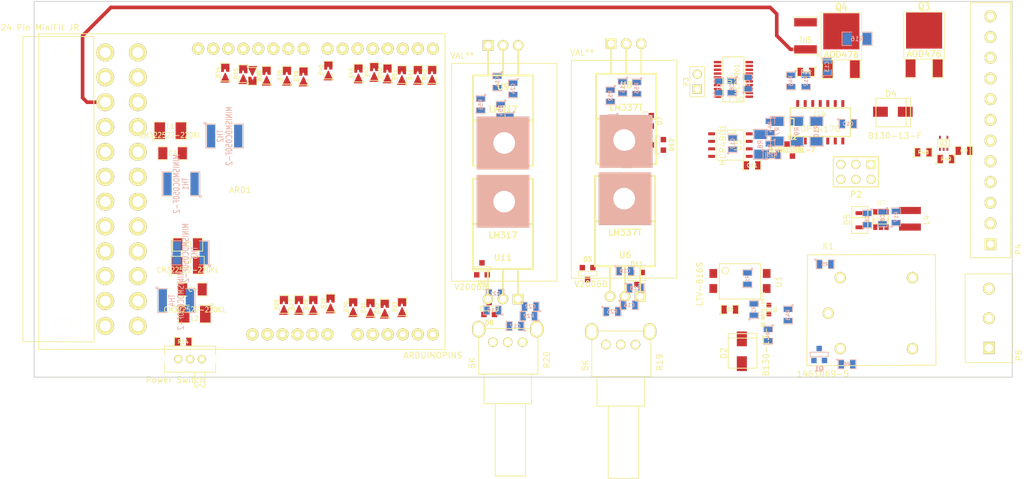
<source format=kicad_pcb>
(kicad_pcb (version 3) (host pcbnew "(2013-03-19 BZR 4004)-stable")
  (title_block (title BenchBudEE) (rev A) (company "Contextual Electronics"))
  (layers (15 F.Cu signal) (2 PWR power hide) (1 GND power) (0 B.Cu signal) (18 B.Paste user) (19 F.Paste user) (20 B.SilkS user) (21 F.SilkS user) (22 B.Mask user) (23 F.Mask user) (28 Edge.Cuts user))
  (net 0 "")
  (net 1 +12C)
  (net 2 +12P)
  (net 3 +12V)
  (net 4 +3.3V)
  (net 5 +5P)
  (net 6 +5V)
  (net 7 -12P)
  (net 8 -12V)
  (net 9 /Arduino/CURR_MEAS)
  (net 10 /Arduino/FAN_MODE)
  (net 11 /Arduino/FAN_PWM)
  (net 12 /Arduino/LED_EN_PWM)
  (net 13 /Arduino/MISO)
  (net 14 /Arduino/MOSI)
  (net 15 /Arduino/RELAY+)
  (net 16 /Arduino/RELAY-)
  (net 17 /Arduino/SCLK)
  (net 18 /Arduino/V+_ADJ_MON)
  (net 19 /Arduino/V-_ADJ_MON)
  (net 20 /Arduino/~ADC_CS)
  (net 21 /Arduino/~DR)
  (net 22 /Arduino/~LDAC)
  (net 23 /Arduino/~RESET)
  (net 24 /Arduino/~SHDN)
  (net 25 /Fan/CS_N)
  (net 26 /Fan/FAN_OUT+)
  (net 27 /Fan/FAN_OUT-)
  (net 28 /Fan/TACH_IN)
  (net 29 /LED_Driver/LED_STRING+)
  (net 30 /LED_Driver/LED_STRING-)
  (net 31 /PowerAdjustmentMonitor/V+_ADJ)
  (net 32 /PowerAdjustmentMonitor/V-_ADJ)
  (net 33 /Relay/RELAY_COM)
  (net 34 /Relay/RELAY_NC)
  (net 35 /TerminalBlock/RELAY_NC)
  (net 36 /Thermocouple/CH0+)
  (net 37 /Thermocouple/CH0-)
  (net 38 /Thermocouple/CH1+)
  (net 39 /Thermocouple/CH1-)
  (net 40 "/Thermocouple/TC IN +")
  (net 41 "/Thermocouple/TC IN -")
  (net 42 AGND)
  (net 43 FE_V+)
  (net 44 FE_V-)
  (net 45 GND)
  (net 46 N-00000102)
  (net 47 N-00000103)
  (net 48 N-00000118)
  (net 49 N-00000119)
  (net 50 N-00000120)
  (net 51 N-00000121)
  (net 52 N-00000122)
  (net 53 N-00000123)
  (net 54 N-00000124)
  (net 55 N-00000125)
  (net 56 N-0000032)
  (net 57 N-0000034)
  (net 58 N-0000035)
  (net 59 N-0000039)
  (net 60 N-0000040)
  (net 61 N-0000041)
  (net 62 N-0000042)
  (net 63 N-0000043)
  (net 64 N-0000049)
  (net 65 N-0000050)
  (net 66 N-0000051)
  (net 67 N-0000052)
  (net 68 N-0000053)
  (net 69 N-0000054)
  (net 70 N-0000055)
  (net 71 N-0000056)
  (net 72 N-0000057)
  (net 73 N-0000058)
  (net 74 N-0000059)
  (net 75 N-0000060)
  (net 76 N-0000061)
  (net 77 N-0000063)
  (net 78 N-0000064)
  (net 79 N-0000072)
  (net 80 N-0000073)
  (net 81 N-0000074)
  (net 82 N-0000075)
  (net 83 N-0000076)
  (net 84 N-0000077)
  (net 85 N-0000080)
  (net 86 N-0000081)
  (net 87 N-0000082)
  (net 88 N-0000084)
  (net 89 N-0000085)
  (net 90 N-0000086)
  (net 91 N-0000087)
  (net 92 N-0000088)
  (net 93 N-0000089)
  (net 94 N-0000090)
  (net 95 N-0000091)
  (net 96 N-0000093)
  (net 97 N-0000096)
  (net 98 N-0000097)
  (module TE-SPDT (layer F.Cu) (at 270.3068 148.4376)
    (fp_text reference K1 (at 0 -11.303) (layer F.SilkS))
    (fp_text value 1461069-5 (at -0.9144 10.2616) (layer F.SilkS))
    (pad 1 thru_hole circle (at 0 0) (size 1.905 1.905) (drill 1.27) (layers *.Cu *.Mask F.SilkS) (net 33 /Relay/RELAY_COM))
    (pad 2 thru_hole circle (at 2.032 -5.9944) (size 1.905 1.905) (drill 1.27) (layers *.Cu *.Mask F.SilkS) (net 94 N-0000090))
    (pad 3 thru_hole circle (at 14.224 -5.9944) (size 1.905 1.905) (drill 1.27) (layers *.Cu *.Mask F.SilkS) (net 35 /TerminalBlock/RELAY_NC))
    (pad 4 thru_hole circle (at 14.224 5.9944) (size 1.905 1.905) (drill 1.27) (layers *.Cu *.Mask F.SilkS) (net 34 /Relay/RELAY_NC))
    (pad 5 thru_hole circle (at 2.032 5.9944) (size 1.905 1.905) (drill 1.27) (layers *.Cu *.Mask F.SilkS) (net 95 N-0000091))
  )
  (module SOT23EBC (layer B.Cu) (at 268.7828 155.4226)
    (fp_text reference Q1 (at 0 2.413) (layer B.SilkS) (effects (font (size 0.762 0.762) (thickness 0.2032)) (justify mirror)))
    (fp_text value 2N3904 hide)
    (pad 1 smd rect (at -0.889 1.016) (size 0.9144 0.9144) (layers B.Cu B.Paste B.Mask) (net 93 N-0000089))
    (pad 2 smd rect (at 0.889 1.016) (size 0.9144 0.9144) (layers B.Cu B.Paste B.Mask) (net 92 N-0000088))
    (pad 3 smd rect (at 0 -1.016) (size 0.9144 0.9144) (layers B.Cu B.Paste B.Mask) (net 95 N-0000091))
  )
  (module SMA (layer F.Cu) (at 255.7272 156.972 90)
    (fp_text reference D2 (at 1.778 -3.048 90) (layer F.SilkS))
    (fp_text value B130-13-F (at 2.413 4.064 90) (layer F.SilkS))
    (pad 1 smd rect (at 0 0 90) (size 2.5 1.7) (layers F.Cu F.Paste F.Mask) (net 95 N-0000091))
    (pad 2 smd rect (at 4.191 0 90) (size 2.5 1.7) (layers F.Cu F.Paste F.Mask) (net 94 N-0000090))
  )
  (module SM0805 (layer B.Cu) (at 269.7988 140.1826)
    (fp_text reference R5 (at 0 0) (layer B.SilkS) (effects (font (size 0.635 0.635) (thickness 0.127)) (justify mirror)))
    (fp_text value 0 hide)
    (pad 1 smd rect (at -0.9525 0) (size 0.889 1.397) (layers B.Cu B.Paste B.Mask) (net 2 +12P))
    (pad 2 smd rect (at 0.9525 0) (size 0.889 1.397) (layers B.Cu B.Paste B.Mask) (net 94 N-0000090))
  )
  (module SM0805 (layer B.Cu) (at 256.667 142.5956 270)
    (fp_text reference R1 (at 0 0 270) (layer B.SilkS) (effects (font (size 0.635 0.635) (thickness 0.127)) (justify mirror)))
    (fp_text value 500 hide)
    (pad 1 smd rect (at -0.9525 0 270) (size 0.889 1.397) (layers B.Cu B.Paste B.Mask) (net 16 /Arduino/RELAY-))
    (pad 2 smd rect (at 0.9525 0 270) (size 0.889 1.397) (layers B.Cu B.Paste B.Mask) (net 89 N-0000085))
  )
  (module SM0805 (layer F.Cu) (at 253.6952 147.828)
    (fp_text reference R3 (at 0 0) (layer F.SilkS) (effects (font (size 0.635 0.635) (thickness 0.127))))
    (fp_text value 0 hide)
    (pad 1 smd rect (at -0.9525 0) (size 0.889 1.397) (layers F.Cu F.Paste F.Mask) (net 2 +12P))
    (pad 2 smd rect (at 0.9525 0) (size 0.889 1.397) (layers F.Cu F.Paste F.Mask) (net 90 N-0000086))
  )
  (module SM0805 (layer B.Cu) (at 257.7592 147.828 90)
    (fp_text reference R2 (at 0 0 90) (layer B.SilkS) (effects (font (size 0.635 0.635) (thickness 0.127)) (justify mirror)))
    (fp_text value 200 hide)
    (pad 1 smd rect (at -0.9525 0 90) (size 0.889 1.397) (layers B.Cu B.Paste B.Mask) (net 88 N-0000084))
    (pad 2 smd rect (at 0.9525 0 90) (size 0.889 1.397) (layers B.Cu B.Paste B.Mask) (net 45 GND))
  )
  (module SM0805 (layer B.Cu) (at 273.4818 157.0736)
    (fp_text reference R6 (at 0 0) (layer B.SilkS) (effects (font (size 0.635 0.635) (thickness 0.127)) (justify mirror)))
    (fp_text value 0 hide)
    (pad 1 smd rect (at -0.9525 0) (size 0.889 1.397) (layers B.Cu B.Paste B.Mask) (net 93 N-0000089))
    (pad 2 smd rect (at 0.9525 0) (size 0.889 1.397) (layers B.Cu B.Paste B.Mask) (net 45 GND))
  )
  (module SM0805 (layer B.Cu) (at 260.1722 152.146 270)
    (fp_text reference R4 (at 0 0 270) (layer B.SilkS) (effects (font (size 0.635 0.635) (thickness 0.127)) (justify mirror)))
    (fp_text value 100 hide)
    (pad 1 smd rect (at -0.9525 0 270) (size 0.889 1.397) (layers B.Cu B.Paste B.Mask) (net 91 N-0000087))
    (pad 2 smd rect (at 0.9525 0 270) (size 0.889 1.397) (layers B.Cu B.Paste B.Mask) (net 92 N-0000088))
  )
  (module LED-0603 (layer F.Cu) (at 260.2992 147.828 270)
    (fp_text reference D1 (at 0 -1.016 270) (layer F.SilkS) (effects (font (size 0.508 0.508) (thickness 0.127))))
    (fp_text value "LG Q971-KN-1" (at 0 1.016 270) (layer F.SilkS) (effects (font (size 0.508 0.508) (thickness 0.127))))
    (pad 1 smd rect (at -0.7493 0 270) (size 0.79756 0.79756) (layers F.Cu F.Paste F.Mask) (net 91 N-0000087))
    (pad 2 smd rect (at 0.7493 0 270) (size 0.79756 0.79756) (layers F.Cu F.Paste F.Mask) (net 88 N-0000084))
  )
  (module 4-SMD (layer F.Cu) (at 250.9012 141.732 270)
    (fp_text reference U1 (at 1.397 -11.049 270) (layer F.SilkS))
    (fp_text value LTV-816S (at 1.778 2.286 270) (layer F.SilkS))
    (pad 1 smd rect (at 0 0 270) (size 1.5 1.3) (layers F.Cu F.Paste F.Mask) (net 15 /Arduino/RELAY+))
    (pad 2 smd rect (at 2.54 0 270) (size 1.5 1.3) (layers F.Cu F.Paste F.Mask) (net 89 N-0000085))
    (pad 3 smd rect (at 2.54 -9.017 270) (size 1.5 1.3) (layers F.Cu F.Paste F.Mask) (net 91 N-0000087))
    (pad 4 smd rect (at 0 -9.017 270) (size 1.5 1.3) (layers F.Cu F.Paste F.Mask) (net 90 N-0000086))
  )
  (module SSOP20 (layer F.Cu) (at 254.3048 108.9406 90)
    (fp_text reference U2 (at 0 -0.635 90) (layer F.SilkS) (effects (font (size 0.762 0.762) (thickness 0.127))))
    (fp_text value MCP3901 (at 0 0.635 90) (layer F.SilkS) (effects (font (size 0.762 0.762) (thickness 0.127))))
    (pad 1 smd rect (at -2.921 2.667 90) (size 0.4064 1.27) (layers F.Cu F.Paste F.Mask) (net 23 /Arduino/~RESET))
    (pad 2 smd rect (at -2.286 2.667 90) (size 0.4064 1.27) (layers F.Cu F.Paste F.Mask) (net 6 +5V))
    (pad 3 smd rect (at -1.6256 2.667 90) (size 0.4064 1.27) (layers F.Cu F.Paste F.Mask) (net 6 +5V))
    (pad 4 smd rect (at -0.9652 2.667 90) (size 0.4064 1.27) (layers F.Cu F.Paste F.Mask) (net 36 /Thermocouple/CH0+))
    (pad 5 smd rect (at -0.3302 2.667 90) (size 0.4064 1.27) (layers F.Cu F.Paste F.Mask) (net 37 /Thermocouple/CH0-))
    (pad 6 smd rect (at 0.3302 2.667 90) (size 0.4064 1.27) (layers F.Cu F.Paste F.Mask) (net 39 /Thermocouple/CH1-))
    (pad 7 smd rect (at 0.9906 2.667 90) (size 0.4064 1.27) (layers F.Cu F.Paste F.Mask) (net 38 /Thermocouple/CH1+))
    (pad 8 smd rect (at 1.6256 2.667 90) (size 0.4064 1.27) (layers F.Cu F.Paste F.Mask) (net 42 AGND))
    (pad 9 smd rect (at 2.286 2.667 90) (size 0.4064 1.27) (layers F.Cu F.Paste F.Mask))
    (pad 10 smd rect (at 2.921 2.667 90) (size 0.4064 1.27) (layers F.Cu F.Paste F.Mask))
    (pad 11 smd rect (at 2.921 -2.667 90) (size 0.4064 1.27) (layers F.Cu F.Paste F.Mask) (net 42 AGND))
    (pad 12 smd rect (at 2.286 -2.667 90) (size 0.4064 1.27) (layers F.Cu F.Paste F.Mask) (net 78 N-0000064))
    (pad 13 smd rect (at 1.6256 -2.667 90) (size 0.4064 1.27) (layers F.Cu F.Paste F.Mask) (net 77 N-0000063))
    (pad 14 smd rect (at 0.9906 -2.667 90) (size 0.4064 1.27) (layers F.Cu F.Paste F.Mask) (net 21 /Arduino/~DR))
    (pad 15 smd rect (at 0.3302 -2.667 90) (size 0.4064 1.27) (layers F.Cu F.Paste F.Mask))
    (pad 16 smd rect (at -0.3302 -2.667 90) (size 0.4064 1.27) (layers F.Cu F.Paste F.Mask))
    (pad 17 smd rect (at -0.9652 -2.667 90) (size 0.4064 1.27) (layers F.Cu F.Paste F.Mask) (net 20 /Arduino/~ADC_CS))
    (pad 18 smd rect (at -1.6256 -2.667 90) (size 0.4064 1.27) (layers F.Cu F.Paste F.Mask) (net 17 /Arduino/SCLK))
    (pad 19 smd rect (at -2.286 -2.667 90) (size 0.4064 1.27) (layers F.Cu F.Paste F.Mask) (net 13 /Arduino/MISO))
    (pad 20 smd rect (at -2.921 -2.667 90) (size 0.4064 1.27) (layers F.Cu F.Paste F.Mask) (net 14 /Arduino/MOSI))
  )
  (module SOT353 (layer F.Cu) (at 289.7886 119.7356 90)
    (fp_text reference U3 (at 0 0 180) (layer F.SilkS) (effects (font (size 0.762 0.635) (thickness 0.127))))
    (fp_text value LMT84 hide)
    (pad 1 smd rect (at -1.016 -0.635 90) (size 0.508 0.3048) (layers F.Cu F.Paste F.Mask) (net 42 AGND))
    (pad 3 smd rect (at -1.016 0.635 90) (size 0.508 0.3048) (layers F.Cu F.Paste F.Mask) (net 38 /Thermocouple/CH1+))
    (pad 5 smd rect (at 1.016 -0.635 90) (size 0.508 0.3048) (layers F.Cu F.Paste F.Mask) (net 42 AGND))
    (pad 2 smd rect (at -1.016 0 90) (size 0.508 0.3048) (layers F.Cu F.Paste F.Mask) (net 42 AGND))
    (pad 4 smd rect (at 1.016 0.635 90) (size 0.508 0.3048) (layers F.Cu F.Paste F.Mask) (net 6 +5V))
  )
  (module SO14N (layer F.Cu) (at 268.9606 116.0526)
    (fp_text reference U4 (at 0 -1.27) (layer F.SilkS) (effects (font (size 1.016 1.143) (thickness 0.127))))
    (fp_text value OPA4170 (at 0 1.27) (layer F.SilkS) (effects (font (size 1.016 1.016) (thickness 0.127))))
    (pad 1 smd rect (at -3.81 3.302) (size 0.508 1.143) (layers F.Cu F.Paste F.Mask) (net 36 /Thermocouple/CH0+))
    (pad 2 smd rect (at -2.54 3.302) (size 0.508 1.143) (layers F.Cu F.Paste F.Mask) (net 82 N-0000075))
    (pad 3 smd rect (at -1.27 3.302) (size 0.508 1.143) (layers F.Cu F.Paste F.Mask) (net 87 N-0000082))
    (pad 4 smd rect (at 0 3.302) (size 0.508 1.143) (layers F.Cu F.Paste F.Mask) (net 44 FE_V-))
    (pad 5 smd rect (at 1.27 3.302) (size 0.508 1.143) (layers F.Cu F.Paste F.Mask) (net 51 N-00000121))
    (pad 6 smd rect (at 2.54 3.302) (size 0.508 1.143) (layers F.Cu F.Paste F.Mask) (net 9 /Arduino/CURR_MEAS))
    (pad 7 smd rect (at 3.81 3.302) (size 0.508 1.143) (layers F.Cu F.Paste F.Mask) (net 49 N-00000119))
    (pad 8 smd rect (at 3.81 -3.048) (size 0.508 1.143) (layers F.Cu F.Paste F.Mask) (net 83 N-0000076))
    (pad 9 smd rect (at 2.54 -3.048) (size 0.508 1.143) (layers F.Cu F.Paste F.Mask) (net 85 N-0000080))
    (pad 11 smd rect (at 0 -3.048) (size 0.508 1.143) (layers F.Cu F.Paste F.Mask) (net 44 FE_V-))
    (pad 12 smd rect (at -1.27 -3.048) (size 0.508 1.143) (layers F.Cu F.Paste F.Mask) (net 41 "/Thermocouple/TC IN -"))
    (pad 13 smd rect (at -2.54 -3.048) (size 0.508 1.143) (layers F.Cu F.Paste F.Mask) (net 86 N-0000081))
    (pad 14 smd rect (at -3.81 -3.048) (size 0.508 1.143) (layers F.Cu F.Paste F.Mask) (net 84 N-0000077))
    (pad 10 smd rect (at 1.27 -3.048) (size 0.508 1.143) (layers F.Cu F.Paste F.Mask) (net 40 "/Thermocouple/TC IN +"))
  )
  (module SM1206 (layer B.Cu) (at 265.0236 117.7036 90)
    (fp_text reference R9 (at 0 0 90) (layer B.SilkS) (effects (font (size 0.762 0.762) (thickness 0.127)) (justify mirror)))
    (fp_text value R hide)
    (pad 1 smd rect (at -1.651 0 90) (size 1.524 2.032) (layers B.Cu B.Paste B.Mask) (net 82 N-0000075))
    (pad 2 smd rect (at 1.651 0 90) (size 1.524 2.032) (layers B.Cu B.Paste B.Mask) (net 83 N-0000076))
  )
  (module SM1206 (layer B.Cu) (at 258.8514 119.9134 270)
    (fp_text reference R8 (at 0 0 270) (layer B.SilkS) (effects (font (size 0.762 0.762) (thickness 0.127)) (justify mirror)))
    (fp_text value R hide)
    (pad 1 smd rect (at -1.651 0 270) (size 1.524 2.032) (layers B.Cu B.Paste B.Mask) (net 36 /Thermocouple/CH0+))
    (pad 2 smd rect (at 1.651 0 270) (size 1.524 2.032) (layers B.Cu B.Paste B.Mask) (net 82 N-0000075))
  )
  (module SM1206 (layer B.Cu) (at 261.7216 117.7036 270)
    (fp_text reference R7 (at 0 0 270) (layer B.SilkS) (effects (font (size 0.762 0.762) (thickness 0.127)) (justify mirror)))
    (fp_text value R hide)
    (pad 1 smd rect (at -1.651 0 270) (size 1.524 2.032) (layers B.Cu B.Paste B.Mask) (net 42 AGND))
    (pad 2 smd rect (at 1.651 0 270) (size 1.524 2.032) (layers B.Cu B.Paste B.Mask) (net 87 N-0000082))
  )
  (module SM1206 (layer B.Cu) (at 268.3256 117.7036 90)
    (fp_text reference R10 (at 0 0 90) (layer B.SilkS) (effects (font (size 0.762 0.762) (thickness 0.127)) (justify mirror)))
    (fp_text value R hide)
    (pad 1 smd rect (at -1.651 0 90) (size 1.524 2.032) (layers B.Cu B.Paste B.Mask) (net 87 N-0000082))
    (pad 2 smd rect (at 1.651 0 90) (size 1.524 2.032) (layers B.Cu B.Paste B.Mask) (net 84 N-0000077))
  )
  (module SM0805 (layer B.Cu) (at 260.5024 116.9924 270)
    (fp_text reference R44 (at 0 0 270) (layer B.SilkS) (effects (font (size 0.635 0.635) (thickness 0.127)) (justify mirror)))
    (fp_text value R hide)
    (pad 1 smd rect (at -0.9525 0 270) (size 0.889 1.397) (layers B.Cu B.Paste B.Mask) (net 81 N-0000074))
    (pad 2 smd rect (at 0.9525 0 270) (size 0.889 1.397) (layers B.Cu B.Paste B.Mask) (net 86 N-0000081))
  )
  (module SM0805 (layer B.Cu) (at 251.8918 110.2106 90)
    (fp_text reference C7 (at 0 0 90) (layer B.SilkS) (effects (font (size 0.635 0.635) (thickness 0.127)) (justify mirror)))
    (fp_text value C hide)
    (pad 1 smd rect (at -0.9525 0 90) (size 0.889 1.397) (layers B.Cu B.Paste B.Mask) (net 42 AGND))
    (pad 2 smd rect (at 0.9525 0 90) (size 0.889 1.397) (layers B.Cu B.Paste B.Mask) (net 6 +5V))
  )
  (module SM0805 (layer B.Cu) (at 254.0508 110.2106 270)
    (fp_text reference C8 (at 0 0 270) (layer B.SilkS) (effects (font (size 0.635 0.635) (thickness 0.127)) (justify mirror)))
    (fp_text value C hide)
    (pad 1 smd rect (at -0.9525 0 270) (size 0.889 1.397) (layers B.Cu B.Paste B.Mask) (net 6 +5V))
    (pad 2 smd rect (at 0.9525 0 270) (size 0.889 1.397) (layers B.Cu B.Paste B.Mask) (net 42 AGND))
  )
  (module SM0805 (layer B.Cu) (at 273.6596 116.4336)
    (fp_text reference C10 (at 0 0) (layer B.SilkS) (effects (font (size 0.635 0.635) (thickness 0.127)) (justify mirror)))
    (fp_text value C hide)
    (pad 1 smd rect (at -0.9525 0) (size 0.889 1.397) (layers B.Cu B.Paste B.Mask) (net 42 AGND))
    (pad 2 smd rect (at 0.9525 0) (size 0.889 1.397) (layers B.Cu B.Paste B.Mask) (net 44 FE_V-))
  )
  (module SM0805 (layer F.Cu) (at 293.2176 121.0056)
    (fp_text reference C9 (at 0 0) (layer F.SilkS) (effects (font (size 0.635 0.635) (thickness 0.127))))
    (fp_text value C hide)
    (pad 1 smd rect (at -0.9525 0) (size 0.889 1.397) (layers F.Cu F.Paste F.Mask) (net 42 AGND))
    (pad 2 smd rect (at 0.9525 0) (size 0.889 1.397) (layers F.Cu F.Paste F.Mask) (net 43 FE_V+))
  )
  (module SM0805 (layer F.Cu) (at 257.4544 123.4694)
    (fp_text reference C11 (at 0 0) (layer F.SilkS) (effects (font (size 0.635 0.635) (thickness 0.127))))
    (fp_text value C hide)
    (pad 1 smd rect (at -0.9525 0) (size 0.889 1.397) (layers F.Cu F.Paste F.Mask) (net 6 +5V))
    (pad 2 smd rect (at 0.9525 0) (size 0.889 1.397) (layers F.Cu F.Paste F.Mask) (net 42 AGND))
  )
  (module SM0805 (layer B.Cu) (at 264.0076 109.1946 270)
    (fp_text reference R45 (at 0 0 270) (layer B.SilkS) (effects (font (size 0.635 0.635) (thickness 0.127)) (justify mirror)))
    (fp_text value R hide)
    (pad 1 smd rect (at -0.9525 0 270) (size 0.889 1.397) (layers B.Cu B.Paste B.Mask) (net 80 N-0000073))
    (pad 2 smd rect (at 0.9525 0 270) (size 0.889 1.397) (layers B.Cu B.Paste B.Mask) (net 86 N-0000081))
  )
  (module SM0805 (layer B.Cu) (at 260.5024 120.8024 270)
    (fp_text reference R13 (at 0 0 270) (layer B.SilkS) (effects (font (size 0.635 0.635) (thickness 0.127)) (justify mirror)))
    (fp_text value R hide)
    (pad 1 smd rect (at -0.9525 0 270) (size 0.889 1.397) (layers B.Cu B.Paste B.Mask) (net 86 N-0000081))
    (pad 2 smd rect (at 0.9525 0 270) (size 0.889 1.397) (layers B.Cu B.Paste B.Mask) (net 84 N-0000077))
  )
  (module SM0805 (layer B.Cu) (at 266.5476 109.1946 270)
    (fp_text reference R12 (at 0 0 270) (layer B.SilkS) (effects (font (size 0.635 0.635) (thickness 0.127)) (justify mirror)))
    (fp_text value R hide)
    (pad 1 smd rect (at -0.9525 0 270) (size 0.889 1.397) (layers B.Cu B.Paste B.Mask) (net 79 N-0000072))
    (pad 2 smd rect (at 0.9525 0 270) (size 0.889 1.397) (layers B.Cu B.Paste B.Mask) (net 86 N-0000081))
  )
  (module SM0805 (layer F.Cu) (at 266.5476 107.6706 180)
    (fp_text reference R11 (at 0 0 180) (layer F.SilkS) (effects (font (size 0.635 0.635) (thickness 0.127))))
    (fp_text value R hide)
    (pad 1 smd rect (at -0.9525 0 180) (size 0.889 1.397) (layers F.Cu F.Paste F.Mask) (net 83 N-0000076))
    (pad 2 smd rect (at 0.9525 0 180) (size 0.889 1.397) (layers F.Cu F.Paste F.Mask) (net 85 N-0000080))
  )
  (module SM0805 (layer B.Cu) (at 256.7178 109.5756 90)
    (fp_text reference C1 (at 0 0 90) (layer B.SilkS) (effects (font (size 0.635 0.635) (thickness 0.127)) (justify mirror)))
    (fp_text value C hide)
    (pad 1 smd rect (at -0.9525 0 90) (size 0.889 1.397) (layers B.Cu B.Paste B.Mask) (net 36 /Thermocouple/CH0+))
    (pad 2 smd rect (at 0.9525 0 90) (size 0.889 1.397) (layers B.Cu B.Paste B.Mask) (net 37 /Thermocouple/CH0-))
  )
  (module pin_array_3x2 (layer F.Cu) (at 274.9804 124.5616 180)
    (fp_text reference P2 (at 0 -3.81 180) (layer F.SilkS) (effects (font (size 1.016 1.016) (thickness 0.2032))))
    (fp_text value CONN_3X2 hide)
    (pad 1 thru_hole rect (at -2.54 1.27 180) (size 1.524 1.524) (drill 1.016) (layers *.Cu *.Mask F.SilkS) (net 85 N-0000080))
    (pad 2 thru_hole circle (at -2.54 -1.27 180) (size 1.524 1.524) (drill 1.016) (layers *.Cu *.Mask F.SilkS) (net 79 N-0000072))
    (pad 3 thru_hole circle (at 0 1.27 180) (size 1.524 1.524) (drill 1.016) (layers *.Cu *.Mask F.SilkS) (net 85 N-0000080))
    (pad 4 thru_hole circle (at 0 -1.27 180) (size 1.524 1.524) (drill 1.016) (layers *.Cu *.Mask F.SilkS) (net 80 N-0000073))
    (pad 5 thru_hole circle (at 2.54 1.27 180) (size 1.524 1.524) (drill 1.016) (layers *.Cu *.Mask F.SilkS) (net 85 N-0000080))
    (pad 6 thru_hole circle (at 2.54 -1.27 180) (size 1.524 1.524) (drill 1.016) (layers *.Cu *.Mask F.SilkS) (net 81 N-0000074))
  )
  (module PIN_ARRAY_2X1 (layer F.Cu) (at 248.2088 109.3216 90)
    (fp_text reference P3 (at 0 -1.905 90) (layer F.SilkS) (effects (font (size 0.762 0.762) (thickness 0.1524))))
    (fp_text value CONN_2 hide)
    (pad 1 thru_hole rect (at -1.27 0 90) (size 1.524 1.524) (drill 1.016) (layers *.Cu *.Mask F.SilkS) (net 78 N-0000064))
    (pad 2 thru_hole circle (at 1.27 0 90) (size 1.524 1.524) (drill 1.016) (layers *.Cu *.Mask F.SilkS) (net 77 N-0000063))
  )
  (module SM0805 (layer F.Cu) (at 286.3596 121.2596)
    (fp_text reference R48 (at 0 0) (layer F.SilkS) (effects (font (size 0.635 0.635) (thickness 0.127))))
    (fp_text value 0 hide)
    (pad 1 smd rect (at -0.9525 0) (size 0.889 1.397) (layers F.Cu F.Paste F.Mask) (net 42 AGND))
    (pad 2 smd rect (at 0.9525 0) (size 0.889 1.397) (layers F.Cu F.Paste F.Mask) (net 39 /Thermocouple/CH1-))
  )
  (module SM0805 (layer F.Cu) (at 290.1696 122.4026)
    (fp_text reference R49 (at 0 0) (layer F.SilkS) (effects (font (size 0.635 0.635) (thickness 0.127))))
    (fp_text value 0 hide)
    (pad 1 smd rect (at -0.9525 0) (size 0.889 1.397) (layers F.Cu F.Paste F.Mask) (net 42 AGND))
    (pad 2 smd rect (at 0.9525 0) (size 0.889 1.397) (layers F.Cu F.Paste F.Mask) (net 37 /Thermocouple/CH0-))
  )
  (module 3pinTB (layer F.Cu) (at 297.434 154.305 90)
    (fp_text reference P5 (at -1.27 5.08 90) (layer F.SilkS))
    (fp_text value "3 Pin TB" hide)
    (pad 1 thru_hole rect (at 0 0 90) (size 2 2) (drill 1.3) (layers *.Cu *.Mask F.SilkS) (net 34 /Relay/RELAY_NC))
    (pad 2 thru_hole circle (at 5 0 90) (size 2 2) (drill 1.3) (layers *.Cu *.Mask F.SilkS) (net 33 /Relay/RELAY_COM))
    (pad 3 thru_hole circle (at 10 0 90) (size 2 2) (drill 1.3) (layers *.Cu *.Mask F.SilkS) (net 35 /TerminalBlock/RELAY_NC))
  )
  (module 12pinTB (layer F.Cu) (at 297.688 136.779 90)
    (fp_text reference P4 (at -0.889 4.699 90) (layer F.SilkS))
    (fp_text value "12 Pin Terminal Block" hide)
    (pad 1 thru_hole rect (at 0 0 90) (size 2 2) (drill 1.199999) (layers *.Cu *.Mask F.SilkS) (net 31 /PowerAdjustmentMonitor/V+_ADJ))
    (pad 2 thru_hole circle (at 3.5 0 90) (size 2 2) (drill 1.199999) (layers *.Cu *.Mask F.SilkS) (net 32 /PowerAdjustmentMonitor/V-_ADJ))
    (pad 3 thru_hole circle (at 7 0 90) (size 2 2) (drill 1.199999) (layers *.Cu *.Mask F.SilkS) (net 45 GND))
    (pad 4 thru_hole circle (at 10.5 0 90) (size 2 2) (drill 1.199999) (layers *.Cu *.Mask F.SilkS) (net 4 +3.3V))
    (pad 5 thru_hole circle (at 14 0 90) (size 2 2) (drill 1.199999) (layers *.Cu *.Mask F.SilkS) (net 6 +5V))
    (pad 6 thru_hole circle (at 17.5 0 90) (size 2 2) (drill 1.199999) (layers *.Cu *.Mask F.SilkS) (net 29 /LED_Driver/LED_STRING+))
    (pad 7 thru_hole circle (at 21 0 90) (size 2 2) (drill 1.199999) (layers *.Cu *.Mask F.SilkS) (net 30 /LED_Driver/LED_STRING-))
    (pad 8 thru_hole circle (at 24.5 0 90) (size 2 2) (drill 1.199999) (layers *.Cu *.Mask F.SilkS) (net 26 /Fan/FAN_OUT+))
    (pad 9 thru_hole circle (at 28 0 90) (size 2 2) (drill 1.199999) (layers *.Cu *.Mask F.SilkS) (net 27 /Fan/FAN_OUT-))
    (pad 10 thru_hole circle (at 31.5 0 90) (size 2 2) (drill 1.199999) (layers *.Cu *.Mask F.SilkS) (net 28 /Fan/TACH_IN))
    (pad 11 thru_hole circle (at 35 0 90) (size 2 2) (drill 1.199999) (layers *.Cu *.Mask F.SilkS) (net 40 "/Thermocouple/TC IN +"))
    (pad 12 thru_hole circle (at 38.5 0 90) (size 2 2) (drill 1.199999) (layers *.Cu *.Mask F.SilkS) (net 41 "/Thermocouple/TC IN -"))
  )
  (module ATX_Header (layer F.Cu) (at 140.97 104.394 270)
    (fp_text reference P1 hide)
    (fp_text value "24 Pin MiniFit JR" (at -4.22 3.72 360) (layer F.SilkS))
    (pad "" np_thru_hole circle (at 0 0 270) (size 3 3) (drill 3) (layers *.Cu *.Mask F.SilkS))
    (pad "" np_thru_hole circle (at 46.2 0 270) (size 3 3) (drill 3) (layers *.Cu *.Mask F.SilkS))
    (pad 1 thru_hole circle (at 46.2 -7.3 270) (size 3 3) (drill 1.8) (layers *.Cu *.Mask F.SilkS))
    (pad 2 thru_hole circle (at 42 -7.3 270) (size 3 3) (drill 1.8) (layers *.Cu *.Mask F.SilkS) (net 97 N-0000096))
    (pad 3 thru_hole circle (at 37.8 -7.3 270) (size 3 3) (drill 1.8) (layers *.Cu *.Mask F.SilkS) (net 45 GND))
    (pad 4 thru_hole circle (at 33.6 -7.3 270) (size 3 3) (drill 1.8) (layers *.Cu *.Mask F.SilkS) (net 47 N-00000103))
    (pad 5 thru_hole circle (at 29.4 -7.3 270) (size 3 3) (drill 1.8) (layers *.Cu *.Mask F.SilkS) (net 45 GND))
    (pad 6 thru_hole circle (at 25.2 -7.3 270) (size 3 3) (drill 1.8) (layers *.Cu *.Mask F.SilkS) (net 47 N-00000103))
    (pad 7 thru_hole circle (at 21 -7.3 270) (size 3 3) (drill 1.8) (layers *.Cu *.Mask F.SilkS))
    (pad 8 thru_hole circle (at 16.8 -7.3 270) (size 3 3) (drill 1.8) (layers *.Cu *.Mask F.SilkS))
    (pad 9 thru_hole circle (at 12.6 -7.3 270) (size 3 3) (drill 1.8) (layers *.Cu *.Mask F.SilkS))
    (pad 10 thru_hole circle (at 8.4 -7.3 270) (size 3 3) (drill 1.8) (layers *.Cu *.Mask F.SilkS) (net 1 +12C))
    (pad 11 thru_hole circle (at 4.2 -7.3 270) (size 3 3) (drill 1.8) (layers *.Cu *.Mask F.SilkS))
    (pad 12 thru_hole circle (at 0 -7.3 270) (size 3 3) (drill 1.8) (layers *.Cu *.Mask F.SilkS))
    (pad 13 thru_hole circle (at 46.2 -12.8 270) (size 3 3) (drill 1.8) (layers *.Cu *.Mask F.SilkS))
    (pad 14 thru_hole circle (at 42 -12.8 270) (size 3 3) (drill 1.8) (layers *.Cu *.Mask F.SilkS) (net 96 N-0000093))
    (pad 15 thru_hole circle (at 37.8 -12.8 270) (size 3 3) (drill 1.8) (layers *.Cu *.Mask F.SilkS))
    (pad 16 thru_hole circle (at 33.6 -12.8 270) (size 3 3) (drill 1.8) (layers *.Cu *.Mask F.SilkS) (net 46 N-00000102))
    (pad 17 thru_hole circle (at 29.4 -12.8 270) (size 3 3) (drill 1.8) (layers *.Cu *.Mask F.SilkS))
    (pad 18 thru_hole circle (at 25.2 -12.8 270) (size 3 3) (drill 1.8) (layers *.Cu *.Mask F.SilkS))
    (pad 19 thru_hole circle (at 21 -12.8 270) (size 3 3) (drill 1.8) (layers *.Cu *.Mask F.SilkS))
    (pad 20 thru_hole circle (at 16.8 -12.8 270) (size 3 3) (drill 1.8) (layers *.Cu *.Mask F.SilkS))
    (pad 21 thru_hole circle (at 12.6 -12.8 270) (size 3 3) (drill 1.8) (layers *.Cu *.Mask F.SilkS))
    (pad 22 thru_hole circle (at 8.4 -12.8 270) (size 3 3) (drill 1.8) (layers *.Cu *.Mask F.SilkS))
    (pad 23 thru_hole circle (at 4.2 -12.8 270) (size 3 3) (drill 1.8) (layers *.Cu *.Mask F.SilkS))
    (pad 24 thru_hole circle (at 0 -12.8 270) (size 3 3) (drill 1.8) (layers *.Cu *.Mask F.SilkS))
  )
  (module Arduino (layer F.Cu) (at 171.069 127.635)
    (fp_text reference ARD1 (at 0 0) (layer F.SilkS))
    (fp_text value ARDUINOPINS (at 32.512 27.94) (layer F.SilkS))
    (pad 10 thru_hole circle (at 32.512 24.384) (size 2.032 2.032) (drill 1.016) (layers *.Cu *.Mask F.SilkS))
    (pad 11 thru_hole circle (at 32.512 -23.876) (size 2.032 2.032) (drill 1.016) (layers *.Cu *.Mask F.SilkS) (net 72 N-0000057))
    (pad 12 thru_hole circle (at 29.972 -23.876) (size 2.032 2.032) (drill 1.016) (layers *.Cu *.Mask F.SilkS) (net 70 N-0000055))
    (pad 13 thru_hole circle (at 27.432 -23.876) (size 2.032 2.032) (drill 1.016) (layers *.Cu *.Mask F.SilkS) (net 63 N-0000043))
    (pad 14 thru_hole circle (at 24.892 -23.876) (size 2.032 2.032) (drill 1.016) (layers *.Cu *.Mask F.SilkS) (net 60 N-0000040))
    (pad 15 thru_hole circle (at 22.352 -23.876) (size 2.032 2.032) (drill 1.016) (layers *.Cu *.Mask F.SilkS) (net 62 N-0000042))
    (pad 16 thru_hole circle (at 19.812 -23.876) (size 2.032 2.032) (drill 1.016) (layers *.Cu *.Mask F.SilkS) (net 61 N-0000041))
    (pad 17 thru_hole circle (at 17.272 -23.876) (size 2.032 2.032) (drill 1.016) (layers *.Cu *.Mask F.SilkS))
    (pad 18 thru_hole circle (at 14.732 -23.876) (size 2.032 2.032) (drill 1.016) (layers *.Cu *.Mask F.SilkS) (net 76 N-0000061))
    (pad 19 thru_hole circle (at 10.668 -23.876) (size 2.032 2.032) (drill 1.016) (layers *.Cu *.Mask F.SilkS) (net 64 N-0000049))
    (pad 20 thru_hole circle (at 8.128 -23.876) (size 2.032 2.032) (drill 1.016) (layers *.Cu *.Mask F.SilkS) (net 71 N-0000056))
    (pad 21 thru_hole circle (at 5.588 -23.876) (size 2.032 2.032) (drill 1.016) (layers *.Cu *.Mask F.SilkS) (net 69 N-0000054))
    (pad 22 thru_hole circle (at 3.048 -23.876) (size 2.032 2.032) (drill 1.016) (layers *.Cu *.Mask F.SilkS) (net 75 N-0000060))
    (pad 23 thru_hole circle (at 0.508 -23.876) (size 2.032 2.032) (drill 1.016) (layers *.Cu *.Mask F.SilkS) (net 74 N-0000059))
    (pad 24 thru_hole circle (at -2.032 -23.876) (size 2.032 2.032) (drill 1.016) (layers *.Cu *.Mask F.SilkS) (net 73 N-0000058))
    (pad 25 thru_hole circle (at -4.572 -23.876) (size 2.032 2.032) (drill 1.016) (layers *.Cu *.Mask F.SilkS))
    (pad 26 thru_hole circle (at -7.112 -23.876) (size 2.032 2.032) (drill 1.016) (layers *.Cu *.Mask F.SilkS))
    (pad 9 thru_hole circle (at 29.972 24.384) (size 2.032 2.032) (drill 1.016) (layers *.Cu *.Mask F.SilkS))
    (pad 8 thru_hole circle (at 27.432 24.384) (size 2.032 2.032) (drill 1.016) (layers *.Cu *.Mask F.SilkS) (net 66 N-0000051))
    (pad 7 thru_hole circle (at 24.892 24.384) (size 2.032 2.032) (drill 1.016) (layers *.Cu *.Mask F.SilkS) (net 65 N-0000050))
    (pad 6 thru_hole circle (at 22.352 24.384) (size 2.032 2.032) (drill 1.016) (layers *.Cu *.Mask F.SilkS) (net 67 N-0000052))
    (pad 5 thru_hole circle (at 19.812 24.384) (size 2.032 2.032) (drill 1.016) (layers *.Cu *.Mask F.SilkS) (net 68 N-0000053))
    (pad 4 thru_hole circle (at 14.732 24.384) (size 2.032 2.032) (drill 1.016) (layers *.Cu *.Mask F.SilkS) (net 58 N-0000035))
    (pad 3 thru_hole circle (at 12.192 24.384) (size 2.032 2.032) (drill 1.016) (layers *.Cu *.Mask F.SilkS) (net 57 N-0000034))
    (pad 2 thru_hole circle (at 9.652 24.384) (size 2.032 2.032) (drill 1.016) (layers *.Cu *.Mask F.SilkS) (net 56 N-0000032))
    (pad 1 thru_hole circle (at 7.112 24.384) (size 2.032 2.032) (drill 1.016) (layers *.Cu *.Mask F.SilkS) (net 59 N-0000039))
    (pad 28 thru_hole circle (at 4.572 24.384) (size 2.032 2.032) (drill 1.016) (layers *.Cu *.Mask F.SilkS))
    (pad 27 thru_hole circle (at 2.032 24.384) (size 2.032 2.032) (drill 1.016) (layers *.Cu *.Mask F.SilkS))
  )
  (module SM0805-blob (layer F.Cu) (at 183.388 146.939 90)
    (fp_text reference R28 (at -0.0508 -1.2192 90) (layer F.SilkS) (effects (font (size 0.635 0.635) (thickness 0.127))))
    (fp_text value R hide)
    (pad 1 smd trapezoid (at -0.9525 0 90) (size 1.651 0.889) (rect_delta 0.762 0) (layers F.Cu F.Paste F.Mask) (net 57 N-0000034))
    (pad 2 smd rect (at 0.9525 0 90) (size 0.889 1.397) (layers F.Cu F.Paste F.Mask) (net 45 GND))
    (pad 2 smd trapezoid (at 0.4572 -0.3302 270) (size 0.889 0.381) (rect_delta 0.254 0) (layers F.Cu F.Paste) (net 45 GND))
    (pad 2 smd trapezoid (at 0.4826 0.254 270) (size 0.889 0.381) (rect_delta 0.254 0) (layers F.Cu F.Paste) (net 45 GND))
    (pad 2 smd rect (at 0.4572 -0.508 90) (size 0.889 0.381) (layers F.Cu F.Paste) (net 45 GND))
    (pad 2 smd rect (at 0.4826 0.508 90) (size 0.889 0.381) (layers F.Cu F.Paste) (net 45 GND))
  )
  (module SM0805-blob (layer F.Cu) (at 171.577 107.95 90)
    (fp_text reference R35 (at -0.0508 -1.2192 90) (layer F.SilkS) (effects (font (size 0.635 0.635) (thickness 0.127))))
    (fp_text value R hide)
    (pad 1 smd trapezoid (at -0.9525 0 90) (size 1.651 0.889) (rect_delta 0.762 0) (layers F.Cu F.Paste F.Mask) (net 14 /Arduino/MOSI))
    (pad 2 smd rect (at 0.9525 0 90) (size 0.889 1.397) (layers F.Cu F.Paste F.Mask) (net 74 N-0000059))
    (pad 2 smd trapezoid (at 0.4572 -0.3302 270) (size 0.889 0.381) (rect_delta 0.254 0) (layers F.Cu F.Paste) (net 74 N-0000059))
    (pad 2 smd trapezoid (at 0.4826 0.254 270) (size 0.889 0.381) (rect_delta 0.254 0) (layers F.Cu F.Paste) (net 74 N-0000059))
    (pad 2 smd rect (at 0.4572 -0.508 90) (size 0.889 0.381) (layers F.Cu F.Paste) (net 74 N-0000059))
    (pad 2 smd rect (at 0.4826 0.508 90) (size 0.889 0.381) (layers F.Cu F.Paste) (net 74 N-0000059))
  )
  (module SM0805-blob (layer F.Cu) (at 173.101 108.458 270)
    (fp_text reference R36 (at -0.0508 -1.2192 270) (layer F.SilkS) (effects (font (size 0.635 0.635) (thickness 0.127))))
    (fp_text value R hide)
    (pad 1 smd trapezoid (at -0.9525 0 270) (size 1.651 0.889) (rect_delta 0.762 0) (layers F.Cu F.Paste F.Mask) (net 13 /Arduino/MISO))
    (pad 2 smd rect (at 0.9525 0 270) (size 0.889 1.397) (layers F.Cu F.Paste F.Mask) (net 75 N-0000060))
    (pad 2 smd trapezoid (at 0.4572 -0.3302 90) (size 0.889 0.381) (rect_delta 0.254 0) (layers F.Cu F.Paste) (net 75 N-0000060))
    (pad 2 smd trapezoid (at 0.4826 0.254 90) (size 0.889 0.381) (rect_delta 0.254 0) (layers F.Cu F.Paste) (net 75 N-0000060))
    (pad 2 smd rect (at 0.4572 -0.508 270) (size 0.889 0.381) (layers F.Cu F.Paste) (net 75 N-0000060))
    (pad 2 smd rect (at 0.4826 0.508 270) (size 0.889 0.381) (layers F.Cu F.Paste) (net 75 N-0000060))
  )
  (module SM0805-blob (layer F.Cu) (at 185.928 107.315 90)
    (fp_text reference R40 (at -0.0508 -1.2192 90) (layer F.SilkS) (effects (font (size 0.635 0.635) (thickness 0.127))))
    (fp_text value R hide)
    (pad 1 smd trapezoid (at -0.9525 0 90) (size 1.651 0.889) (rect_delta 0.762 0) (layers F.Cu F.Paste F.Mask) (net 25 /Fan/CS_N))
    (pad 2 smd rect (at 0.9525 0 90) (size 0.889 1.397) (layers F.Cu F.Paste F.Mask) (net 76 N-0000061))
    (pad 2 smd trapezoid (at 0.4572 -0.3302 270) (size 0.889 0.381) (rect_delta 0.254 0) (layers F.Cu F.Paste) (net 76 N-0000061))
    (pad 2 smd trapezoid (at 0.4826 0.254 270) (size 0.889 0.381) (rect_delta 0.254 0) (layers F.Cu F.Paste) (net 76 N-0000061))
    (pad 2 smd rect (at 0.4572 -0.508 90) (size 0.889 0.381) (layers F.Cu F.Paste) (net 76 N-0000061))
    (pad 2 smd rect (at 0.4826 0.508 90) (size 0.889 0.381) (layers F.Cu F.Paste) (net 76 N-0000061))
  )
  (module SM0805-blob (layer F.Cu) (at 178.943 108.204 90)
    (fp_text reference R38 (at -0.0508 -1.2192 90) (layer F.SilkS) (effects (font (size 0.635 0.635) (thickness 0.127))))
    (fp_text value R hide)
    (pad 1 smd trapezoid (at -0.9525 0 90) (size 1.651 0.889) (rect_delta 0.762 0) (layers F.Cu F.Paste F.Mask) (net 12 /Arduino/LED_EN_PWM))
    (pad 2 smd rect (at 0.9525 0 90) (size 0.889 1.397) (layers F.Cu F.Paste F.Mask) (net 71 N-0000056))
    (pad 2 smd trapezoid (at 0.4572 -0.3302 270) (size 0.889 0.381) (rect_delta 0.254 0) (layers F.Cu F.Paste) (net 71 N-0000056))
    (pad 2 smd trapezoid (at 0.4826 0.254 270) (size 0.889 0.381) (rect_delta 0.254 0) (layers F.Cu F.Paste) (net 71 N-0000056))
    (pad 2 smd rect (at 0.4572 -0.508 90) (size 0.889 0.381) (layers F.Cu F.Paste) (net 71 N-0000056))
    (pad 2 smd rect (at 0.4826 0.508 90) (size 0.889 0.381) (layers F.Cu F.Paste) (net 71 N-0000056))
  )
  (module SM0805-blob (layer F.Cu) (at 181.737 108.331 90)
    (fp_text reference R39 (at -0.0508 -1.2192 90) (layer F.SilkS) (effects (font (size 0.635 0.635) (thickness 0.127))))
    (fp_text value R hide)
    (pad 1 smd trapezoid (at -0.9525 0 90) (size 1.651 0.889) (rect_delta 0.762 0) (layers F.Cu F.Paste F.Mask) (net 20 /Arduino/~ADC_CS))
    (pad 2 smd rect (at 0.9525 0 90) (size 0.889 1.397) (layers F.Cu F.Paste F.Mask) (net 64 N-0000049))
    (pad 2 smd trapezoid (at 0.4572 -0.3302 270) (size 0.889 0.381) (rect_delta 0.254 0) (layers F.Cu F.Paste) (net 64 N-0000049))
    (pad 2 smd trapezoid (at 0.4826 0.254 270) (size 0.889 0.381) (rect_delta 0.254 0) (layers F.Cu F.Paste) (net 64 N-0000049))
    (pad 2 smd rect (at 0.4572 -0.508 90) (size 0.889 0.381) (layers F.Cu F.Paste) (net 64 N-0000049))
    (pad 2 smd rect (at 0.4826 0.508 90) (size 0.889 0.381) (layers F.Cu F.Paste) (net 64 N-0000049))
  )
  (module SM0805-blob (layer F.Cu) (at 203.454 108.077 90)
    (fp_text reference R42 (at -0.0508 -1.2192 90) (layer F.SilkS) (effects (font (size 0.635 0.635) (thickness 0.127))))
    (fp_text value R hide)
    (pad 1 smd trapezoid (at -0.9525 0 90) (size 1.651 0.889) (rect_delta 0.762 0) (layers F.Cu F.Paste F.Mask) (net 10 /Arduino/FAN_MODE))
    (pad 2 smd rect (at 0.9525 0 90) (size 0.889 1.397) (layers F.Cu F.Paste F.Mask) (net 72 N-0000057))
    (pad 2 smd trapezoid (at 0.4572 -0.3302 270) (size 0.889 0.381) (rect_delta 0.254 0) (layers F.Cu F.Paste) (net 72 N-0000057))
    (pad 2 smd trapezoid (at 0.4826 0.254 270) (size 0.889 0.381) (rect_delta 0.254 0) (layers F.Cu F.Paste) (net 72 N-0000057))
    (pad 2 smd rect (at 0.4572 -0.508 90) (size 0.889 0.381) (layers F.Cu F.Paste) (net 72 N-0000057))
    (pad 2 smd rect (at 0.4826 0.508 90) (size 0.889 0.381) (layers F.Cu F.Paste) (net 72 N-0000057))
  )
  (module SM0805-blob (layer F.Cu) (at 186.309 146.685 90)
    (fp_text reference R29 (at -0.0508 -1.2192 90) (layer F.SilkS) (effects (font (size 0.635 0.635) (thickness 0.127))))
    (fp_text value R hide)
    (pad 1 smd trapezoid (at -0.9525 0 90) (size 1.651 0.889) (rect_delta 0.762 0) (layers F.Cu F.Paste F.Mask) (net 58 N-0000035))
    (pad 2 smd rect (at 0.9525 0 90) (size 0.889 1.397) (layers F.Cu F.Paste F.Mask) (net 2 +12P))
    (pad 2 smd trapezoid (at 0.4572 -0.3302 270) (size 0.889 0.381) (rect_delta 0.254 0) (layers F.Cu F.Paste) (net 2 +12P))
    (pad 2 smd trapezoid (at 0.4826 0.254 270) (size 0.889 0.381) (rect_delta 0.254 0) (layers F.Cu F.Paste) (net 2 +12P))
    (pad 2 smd rect (at 0.4572 -0.508 90) (size 0.889 0.381) (layers F.Cu F.Paste) (net 2 +12P))
    (pad 2 smd rect (at 0.4826 0.508 90) (size 0.889 0.381) (layers F.Cu F.Paste) (net 2 +12P))
  )
  (module SM0805-blob (layer F.Cu) (at 178.435 146.939 90)
    (fp_text reference R26 (at -0.0508 -1.2192 90) (layer F.SilkS) (effects (font (size 0.635 0.635) (thickness 0.127))))
    (fp_text value R hide)
    (pad 1 smd trapezoid (at -0.9525 0 90) (size 1.651 0.889) (rect_delta 0.762 0) (layers F.Cu F.Paste F.Mask) (net 59 N-0000039))
    (pad 2 smd rect (at 0.9525 0 90) (size 0.889 1.397) (layers F.Cu F.Paste F.Mask) (net 6 +5V))
    (pad 2 smd trapezoid (at 0.4572 -0.3302 270) (size 0.889 0.381) (rect_delta 0.254 0) (layers F.Cu F.Paste) (net 6 +5V))
    (pad 2 smd trapezoid (at 0.4826 0.254 270) (size 0.889 0.381) (rect_delta 0.254 0) (layers F.Cu F.Paste) (net 6 +5V))
    (pad 2 smd rect (at 0.4572 -0.508 90) (size 0.889 0.381) (layers F.Cu F.Paste) (net 6 +5V))
    (pad 2 smd rect (at 0.4826 0.508 90) (size 0.889 0.381) (layers F.Cu F.Paste) (net 6 +5V))
  )
  (module SM0805-blob (layer F.Cu) (at 180.975 146.939 90)
    (fp_text reference R27 (at -0.0508 -1.2192 90) (layer F.SilkS) (effects (font (size 0.635 0.635) (thickness 0.127))))
    (fp_text value R hide)
    (pad 1 smd trapezoid (at -0.9525 0 90) (size 1.651 0.889) (rect_delta 0.762 0) (layers F.Cu F.Paste F.Mask) (net 56 N-0000032))
    (pad 2 smd rect (at 0.9525 0 90) (size 0.889 1.397) (layers F.Cu F.Paste F.Mask) (net 45 GND))
    (pad 2 smd trapezoid (at 0.4572 -0.3302 270) (size 0.889 0.381) (rect_delta 0.254 0) (layers F.Cu F.Paste) (net 45 GND))
    (pad 2 smd trapezoid (at 0.4826 0.254 270) (size 0.889 0.381) (rect_delta 0.254 0) (layers F.Cu F.Paste) (net 45 GND))
    (pad 2 smd rect (at 0.4572 -0.508 90) (size 0.889 0.381) (layers F.Cu F.Paste) (net 45 GND))
    (pad 2 smd rect (at 0.4826 0.508 90) (size 0.889 0.381) (layers F.Cu F.Paste) (net 45 GND))
  )
  (module SM0805-blob (layer F.Cu) (at 168.529 107.696 90)
    (fp_text reference R34 (at -0.0508 -1.2192 90) (layer F.SilkS) (effects (font (size 0.635 0.635) (thickness 0.127))))
    (fp_text value R hide)
    (pad 1 smd trapezoid (at -0.9525 0 90) (size 1.651 0.889) (rect_delta 0.762 0) (layers F.Cu F.Paste F.Mask) (net 17 /Arduino/SCLK))
    (pad 2 smd rect (at 0.9525 0 90) (size 0.889 1.397) (layers F.Cu F.Paste F.Mask) (net 73 N-0000058))
    (pad 2 smd trapezoid (at 0.4572 -0.3302 270) (size 0.889 0.381) (rect_delta 0.254 0) (layers F.Cu F.Paste) (net 73 N-0000058))
    (pad 2 smd trapezoid (at 0.4826 0.254 270) (size 0.889 0.381) (rect_delta 0.254 0) (layers F.Cu F.Paste) (net 73 N-0000058))
    (pad 2 smd rect (at 0.4572 -0.508 90) (size 0.889 0.381) (layers F.Cu F.Paste) (net 73 N-0000058))
    (pad 2 smd rect (at 0.4826 0.508 90) (size 0.889 0.381) (layers F.Cu F.Paste) (net 73 N-0000058))
  )
  (module SM0805-blob (layer F.Cu) (at 190.119 147.32 90)
    (fp_text reference R30 (at -0.0508 -1.2192 90) (layer F.SilkS) (effects (font (size 0.635 0.635) (thickness 0.127))))
    (fp_text value R hide)
    (pad 1 smd trapezoid (at -0.9525 0 90) (size 1.651 0.889) (rect_delta 0.762 0) (layers F.Cu F.Paste F.Mask) (net 68 N-0000053))
    (pad 2 smd rect (at 0.9525 0 90) (size 0.889 1.397) (layers F.Cu F.Paste F.Mask) (net 18 /Arduino/V+_ADJ_MON))
    (pad 2 smd trapezoid (at 0.4572 -0.3302 270) (size 0.889 0.381) (rect_delta 0.254 0) (layers F.Cu F.Paste) (net 18 /Arduino/V+_ADJ_MON))
    (pad 2 smd trapezoid (at 0.4826 0.254 270) (size 0.889 0.381) (rect_delta 0.254 0) (layers F.Cu F.Paste) (net 18 /Arduino/V+_ADJ_MON))
    (pad 2 smd rect (at 0.4572 -0.508 90) (size 0.889 0.381) (layers F.Cu F.Paste) (net 18 /Arduino/V+_ADJ_MON))
    (pad 2 smd rect (at 0.4826 0.508 90) (size 0.889 0.381) (layers F.Cu F.Paste) (net 18 /Arduino/V+_ADJ_MON))
  )
  (module SM0805-blob (layer F.Cu) (at 193.04 147.447 90)
    (fp_text reference R31 (at -0.0508 -1.2192 90) (layer F.SilkS) (effects (font (size 0.635 0.635) (thickness 0.127))))
    (fp_text value R hide)
    (pad 1 smd trapezoid (at -0.9525 0 90) (size 1.651 0.889) (rect_delta 0.762 0) (layers F.Cu F.Paste F.Mask) (net 67 N-0000052))
    (pad 2 smd rect (at 0.9525 0 90) (size 0.889 1.397) (layers F.Cu F.Paste F.Mask) (net 19 /Arduino/V-_ADJ_MON))
    (pad 2 smd trapezoid (at 0.4572 -0.3302 270) (size 0.889 0.381) (rect_delta 0.254 0) (layers F.Cu F.Paste) (net 19 /Arduino/V-_ADJ_MON))
    (pad 2 smd trapezoid (at 0.4826 0.254 270) (size 0.889 0.381) (rect_delta 0.254 0) (layers F.Cu F.Paste) (net 19 /Arduino/V-_ADJ_MON))
    (pad 2 smd rect (at 0.4572 -0.508 90) (size 0.889 0.381) (layers F.Cu F.Paste) (net 19 /Arduino/V-_ADJ_MON))
    (pad 2 smd rect (at 0.4826 0.508 90) (size 0.889 0.381) (layers F.Cu F.Paste) (net 19 /Arduino/V-_ADJ_MON))
  )
  (module SM0805-blob (layer F.Cu) (at 198.374 147.32 90)
    (fp_text reference R33 (at -0.0508 -1.2192 90) (layer F.SilkS) (effects (font (size 0.635 0.635) (thickness 0.127))))
    (fp_text value R hide)
    (pad 1 smd trapezoid (at -0.9525 0 90) (size 1.651 0.889) (rect_delta 0.762 0) (layers F.Cu F.Paste F.Mask) (net 66 N-0000051))
    (pad 2 smd rect (at 0.9525 0 90) (size 0.889 1.397) (layers F.Cu F.Paste F.Mask) (net 28 /Fan/TACH_IN))
    (pad 2 smd trapezoid (at 0.4572 -0.3302 270) (size 0.889 0.381) (rect_delta 0.254 0) (layers F.Cu F.Paste) (net 28 /Fan/TACH_IN))
    (pad 2 smd trapezoid (at 0.4826 0.254 270) (size 0.889 0.381) (rect_delta 0.254 0) (layers F.Cu F.Paste) (net 28 /Fan/TACH_IN))
    (pad 2 smd rect (at 0.4572 -0.508 90) (size 0.889 0.381) (layers F.Cu F.Paste) (net 28 /Fan/TACH_IN))
    (pad 2 smd rect (at 0.4826 0.508 90) (size 0.889 0.381) (layers F.Cu F.Paste) (net 28 /Fan/TACH_IN))
  )
  (module SM0805-blob (layer F.Cu) (at 195.453 147.574 90)
    (fp_text reference R32 (at -0.0508 -1.2192 90) (layer F.SilkS) (effects (font (size 0.635 0.635) (thickness 0.127))))
    (fp_text value R hide)
    (pad 1 smd trapezoid (at -0.9525 0 90) (size 1.651 0.889) (rect_delta 0.762 0) (layers F.Cu F.Paste F.Mask) (net 65 N-0000050))
    (pad 2 smd rect (at 0.9525 0 90) (size 0.889 1.397) (layers F.Cu F.Paste F.Mask) (net 9 /Arduino/CURR_MEAS))
    (pad 2 smd trapezoid (at 0.4572 -0.3302 270) (size 0.889 0.381) (rect_delta 0.254 0) (layers F.Cu F.Paste) (net 9 /Arduino/CURR_MEAS))
    (pad 2 smd trapezoid (at 0.4826 0.254 270) (size 0.889 0.381) (rect_delta 0.254 0) (layers F.Cu F.Paste) (net 9 /Arduino/CURR_MEAS))
    (pad 2 smd rect (at 0.4572 -0.508 90) (size 0.889 0.381) (layers F.Cu F.Paste) (net 9 /Arduino/CURR_MEAS))
    (pad 2 smd rect (at 0.4826 0.508 90) (size 0.889 0.381) (layers F.Cu F.Paste) (net 9 /Arduino/CURR_MEAS))
  )
  (module SM0805-blob (layer F.Cu) (at 201.041 108.077 90)
    (fp_text reference R41 (at -0.0508 -1.2192 90) (layer F.SilkS) (effects (font (size 0.635 0.635) (thickness 0.127))))
    (fp_text value R hide)
    (pad 1 smd trapezoid (at -0.9525 0 90) (size 1.651 0.889) (rect_delta 0.762 0) (layers F.Cu F.Paste F.Mask) (net 15 /Arduino/RELAY+))
    (pad 2 smd rect (at 0.9525 0 90) (size 0.889 1.397) (layers F.Cu F.Paste F.Mask) (net 70 N-0000055))
    (pad 2 smd trapezoid (at 0.4572 -0.3302 270) (size 0.889 0.381) (rect_delta 0.254 0) (layers F.Cu F.Paste) (net 70 N-0000055))
    (pad 2 smd trapezoid (at 0.4826 0.254 270) (size 0.889 0.381) (rect_delta 0.254 0) (layers F.Cu F.Paste) (net 70 N-0000055))
    (pad 2 smd rect (at 0.4572 -0.508 90) (size 0.889 0.381) (layers F.Cu F.Paste) (net 70 N-0000055))
    (pad 2 smd rect (at 0.4826 0.508 90) (size 0.889 0.381) (layers F.Cu F.Paste) (net 70 N-0000055))
  )
  (module SM0805-blob (layer F.Cu) (at 175.514 108.204 90)
    (fp_text reference R37 (at -0.0508 -1.2192 90) (layer F.SilkS) (effects (font (size 0.635 0.635) (thickness 0.127))))
    (fp_text value R hide)
    (pad 1 smd trapezoid (at -0.9525 0 90) (size 1.651 0.889) (rect_delta 0.762 0) (layers F.Cu F.Paste F.Mask) (net 11 /Arduino/FAN_PWM))
    (pad 2 smd rect (at 0.9525 0 90) (size 0.889 1.397) (layers F.Cu F.Paste F.Mask) (net 69 N-0000054))
    (pad 2 smd trapezoid (at 0.4572 -0.3302 270) (size 0.889 0.381) (rect_delta 0.254 0) (layers F.Cu F.Paste) (net 69 N-0000054))
    (pad 2 smd trapezoid (at 0.4826 0.254 270) (size 0.889 0.381) (rect_delta 0.254 0) (layers F.Cu F.Paste) (net 69 N-0000054))
    (pad 2 smd rect (at 0.4572 -0.508 90) (size 0.889 0.381) (layers F.Cu F.Paste) (net 69 N-0000054))
    (pad 2 smd rect (at 0.4826 0.508 90) (size 0.889 0.381) (layers F.Cu F.Paste) (net 69 N-0000054))
  )
  (module SM0805 (layer B.Cu) (at 263.525 148.7424 270)
    (fp_text reference R43 (at 0 0 270) (layer B.SilkS) (effects (font (size 0.635 0.635) (thickness 0.127)) (justify mirror)))
    (fp_text value R hide)
    (pad 1 smd rect (at -0.9525 0 270) (size 0.889 1.397) (layers B.Cu B.Paste B.Mask) (net 16 /Arduino/RELAY-))
    (pad 2 smd rect (at 0.9525 0 270) (size 0.889 1.397) (layers B.Cu B.Paste B.Mask) (net 45 GND))
  )
  (module SM0805-blob (layer F.Cu) (at 193.675 107.569 90)
    (fp_text reference R47 (at -0.0508 -1.2192 90) (layer F.SilkS) (effects (font (size 0.635 0.635) (thickness 0.127))))
    (fp_text value R hide)
    (pad 1 smd trapezoid (at -0.9525 0 90) (size 1.651 0.889) (rect_delta 0.762 0) (layers F.Cu F.Paste F.Mask) (net 21 /Arduino/~DR))
    (pad 2 smd rect (at 0.9525 0 90) (size 0.889 1.397) (layers F.Cu F.Paste F.Mask) (net 62 N-0000042))
    (pad 2 smd trapezoid (at 0.4572 -0.3302 270) (size 0.889 0.381) (rect_delta 0.254 0) (layers F.Cu F.Paste) (net 62 N-0000042))
    (pad 2 smd trapezoid (at 0.4826 0.254 270) (size 0.889 0.381) (rect_delta 0.254 0) (layers F.Cu F.Paste) (net 62 N-0000042))
    (pad 2 smd rect (at 0.4572 -0.508 90) (size 0.889 0.381) (layers F.Cu F.Paste) (net 62 N-0000042))
    (pad 2 smd rect (at 0.4826 0.508 90) (size 0.889 0.381) (layers F.Cu F.Paste) (net 62 N-0000042))
  )
  (module SM0805-blob (layer F.Cu) (at 191.008 107.823 90)
    (fp_text reference R46 (at -0.0508 -1.2192 90) (layer F.SilkS) (effects (font (size 0.635 0.635) (thickness 0.127))))
    (fp_text value R hide)
    (pad 1 smd trapezoid (at -0.9525 0 90) (size 1.651 0.889) (rect_delta 0.762 0) (layers F.Cu F.Paste F.Mask) (net 23 /Arduino/~RESET))
    (pad 2 smd rect (at 0.9525 0 90) (size 0.889 1.397) (layers F.Cu F.Paste F.Mask) (net 61 N-0000041))
    (pad 2 smd trapezoid (at 0.4572 -0.3302 270) (size 0.889 0.381) (rect_delta 0.254 0) (layers F.Cu F.Paste) (net 61 N-0000041))
    (pad 2 smd trapezoid (at 0.4826 0.254 270) (size 0.889 0.381) (rect_delta 0.254 0) (layers F.Cu F.Paste) (net 61 N-0000041))
    (pad 2 smd rect (at 0.4572 -0.508 90) (size 0.889 0.381) (layers F.Cu F.Paste) (net 61 N-0000041))
    (pad 2 smd rect (at 0.4826 0.508 90) (size 0.889 0.381) (layers F.Cu F.Paste) (net 61 N-0000041))
  )
  (module SOT23GDS (layer F.Cu) (at 264.2616 120.8786)
    (fp_text reference Q2 (at 0 -2.159) (layer F.SilkS) (effects (font (size 0.762 0.762) (thickness 0.2032))))
    (fp_text value DMN65D8L-7 (at 0 0) (layer F.SilkS) (effects (font (size 0.762 0.762) (thickness 0.2032))))
    (pad S smd rect (at -0.889 -1.016) (size 0.9144 0.9144) (layers F.Cu F.Paste F.Mask) (net 42 AGND))
    (pad G smd rect (at 0.889 -1.016) (size 0.9144 0.9144) (layers F.Cu F.Paste F.Mask) (net 11 /Arduino/FAN_PWM))
    (pad D smd rect (at 0 1.016) (size 0.9144 0.9144) (layers F.Cu F.Paste F.Mask) (net 51 N-00000121))
  )
  (module SO8N (layer F.Cu) (at 253.7968 120.0404 270)
    (fp_text reference U5 (at 0 -1.27 270) (layer F.SilkS) (effects (font (size 1.143 1.016) (thickness 0.127))))
    (fp_text value MCP4801 (at 0 1.27 270) (layer F.SilkS) (effects (font (size 1.016 1.016) (thickness 0.127))))
    (pad 8 smd rect (at -1.905 -3.175 270) (size 0.508 1.143) (layers F.Cu F.Paste F.Mask) (net 50 N-00000120))
    (pad 7 smd rect (at -0.635 -3.175 270) (size 0.508 1.143) (layers F.Cu F.Paste F.Mask) (net 42 AGND))
    (pad 6 smd rect (at 0.635 -3.175 270) (size 0.508 1.143) (layers F.Cu F.Paste F.Mask) (net 24 /Arduino/~SHDN))
    (pad 5 smd rect (at 1.905 -3.175 270) (size 0.508 1.143) (layers F.Cu F.Paste F.Mask) (net 22 /Arduino/~LDAC))
    (pad 4 smd rect (at 1.905 3.175 270) (size 0.508 1.143) (layers F.Cu F.Paste F.Mask) (net 14 /Arduino/MOSI))
    (pad 3 smd rect (at 0.635 3.175 270) (size 0.508 1.143) (layers F.Cu F.Paste F.Mask) (net 17 /Arduino/SCLK))
    (pad 2 smd rect (at -0.635 3.175 270) (size 0.508 1.143) (layers F.Cu F.Paste F.Mask) (net 25 /Fan/CS_N))
    (pad 1 smd rect (at -1.905 3.175 270) (size 0.508 1.143) (layers F.Cu F.Paste F.Mask) (net 6 +5V))
  )
  (module SMA (layer F.Cu) (at 279.1206 114.4016)
    (fp_text reference D4 (at 1.778 -3.048) (layer F.SilkS))
    (fp_text value B130-13-F (at 2.413 4.064) (layer F.SilkS))
    (pad 1 smd rect (at 0 0) (size 2.5 1.7) (layers F.Cu F.Paste F.Mask) (net 27 /Fan/FAN_OUT-))
    (pad 2 smd rect (at 4.191 0) (size 2.5 1.7) (layers F.Cu F.Paste F.Mask) (net 26 /Fan/FAN_OUT+))
  )
  (module SM1812 (layer F.Cu) (at 266.4714 101.5746 90)
    (fp_text reference TH5 (at -0.74676 0 180) (layer F.SilkS) (effects (font (size 1.016 0.762) (thickness 0.127))))
    (fp_text value MINISMDC050F-2 hide)
    (pad 1 smd rect (at -2.286 0 90) (size 1.397 3.81) (layers F.Cu F.Paste F.Mask) (net 1 +12C))
    (pad 2 smd rect (at 2.286 0 90) (size 1.397 3.81) (layers F.Cu F.Paste F.Mask) (net 26 /Fan/FAN_OUT+))
  )
  (module SM1206 (layer B.Cu) (at 275.1836 102.0826)
    (fp_text reference R16 (at 0 0) (layer B.SilkS) (effects (font (size 0.762 0.762) (thickness 0.127)) (justify mirror)))
    (fp_text value R hide)
    (pad 1 smd rect (at -1.651 0) (size 1.524 2.032) (layers B.Cu B.Paste B.Mask) (net 9 /Arduino/CURR_MEAS))
    (pad 2 smd rect (at 1.651 0) (size 1.524 2.032) (layers B.Cu B.Paste B.Mask) (net 42 AGND))
  )
  (module SM0805 (layer B.Cu) (at 260.8326 121.6406)
    (fp_text reference R15 (at 0 0) (layer B.SilkS) (effects (font (size 0.635 0.635) (thickness 0.127)) (justify mirror)))
    (fp_text value R hide)
    (pad 1 smd rect (at -0.9525 0) (size 0.889 1.397) (layers B.Cu B.Paste B.Mask) (net 50 N-00000120))
    (pad 2 smd rect (at 0.9525 0) (size 0.889 1.397) (layers B.Cu B.Paste B.Mask) (net 51 N-00000121))
  )
  (module SM0805 (layer B.Cu) (at 270.1036 106.7816 90)
    (fp_text reference C13 (at 0 0 90) (layer B.SilkS) (effects (font (size 0.635 0.635) (thickness 0.127)) (justify mirror)))
    (fp_text value C hide)
    (pad 1 smd rect (at -0.9525 0 90) (size 0.889 1.397) (layers B.Cu B.Paste B.Mask) (net 1 +12C))
    (pad 2 smd rect (at 0.9525 0 90) (size 0.889 1.397) (layers B.Cu B.Paste B.Mask) (net 42 AGND))
  )
  (module SM0805 (layer B.Cu) (at 254.1778 119.7864 90)
    (fp_text reference C12 (at 0 0 90) (layer B.SilkS) (effects (font (size 0.635 0.635) (thickness 0.127)) (justify mirror)))
    (fp_text value C hide)
    (pad 1 smd rect (at -0.9525 0 90) (size 0.889 1.397) (layers B.Cu B.Paste B.Mask) (net 42 AGND))
    (pad 2 smd rect (at 0.9525 0 90) (size 0.889 1.397) (layers B.Cu B.Paste B.Mask) (net 6 +5V))
  )
  (module DPAK2 (layer F.Cu) (at 286.4866 107.0356)
    (fp_text reference Q3 (at 0 -10.414) (layer F.SilkS) (effects (font (size 1.27 1.016) (thickness 0.2032))))
    (fp_text value AOD476 (at 0 -2.413) (layer F.SilkS) (effects (font (size 1.016 1.016) (thickness 0.2032))))
    (pad 1 smd rect (at -2.286 0) (size 1.651 3.048) (layers F.Cu F.Paste F.Mask) (net 10 /Arduino/FAN_MODE))
    (pad 2 smd rect (at 0 -6.35) (size 6.096 6.096) (layers F.Cu F.Paste F.Mask) (net 9 /Arduino/CURR_MEAS))
    (pad 3 smd rect (at 2.286 0) (size 1.651 3.048) (layers F.Cu F.Paste F.Mask) (net 42 AGND))
  )
  (module DPAK2 (layer F.Cu) (at 272.5166 107.1626)
    (fp_text reference Q4 (at 0 -10.414) (layer F.SilkS) (effects (font (size 1.27 1.016) (thickness 0.2032))))
    (fp_text value AOD476 (at 0 -2.413) (layer F.SilkS) (effects (font (size 1.016 1.016) (thickness 0.2032))))
    (pad 1 smd rect (at -2.286 0) (size 1.651 3.048) (layers F.Cu F.Paste F.Mask) (net 49 N-00000119))
    (pad 2 smd rect (at 0 -6.35) (size 6.096 6.096) (layers F.Cu F.Paste F.Mask) (net 27 /Fan/FAN_OUT-))
    (pad 3 smd rect (at 2.286 0) (size 1.651 3.048) (layers F.Cu F.Paste F.Mask) (net 9 /Arduino/CURR_MEAS))
  )
  (module SM1812 (layer B.Cu) (at 161.0614 126.5936 180)
    (fp_text reference TH1 (at -0.74676 0 450) (layer B.SilkS) (effects (font (size 1.016 0.762) (thickness 0.127)) (justify mirror)))
    (fp_text value MINISMDC050F-2 (at 0.762 0 450) (layer B.SilkS) (effects (font (size 1.016 0.762) (thickness 0.127)) (justify mirror)))
    (pad 1 smd rect (at -2.286 0 180) (size 1.397 3.81) (layers B.Cu B.Paste B.Mask) (net 97 N-0000096))
    (pad 2 smd rect (at 2.286 0 180) (size 1.397 3.81) (layers B.Cu B.Paste B.Mask) (net 4 +3.3V))
  )
  (module SM1812 (layer B.Cu) (at 168.4274 118.5164)
    (fp_text reference TH2 (at -0.74676 0 270) (layer B.SilkS) (effects (font (size 1.016 0.762) (thickness 0.127)) (justify mirror)))
    (fp_text value MINISMDC050F-2 (at 0.762 0 270) (layer B.SilkS) (effects (font (size 1.016 0.762) (thickness 0.127)) (justify mirror)))
    (pad 1 smd rect (at -2.286 0) (size 1.397 3.81) (layers B.Cu B.Paste B.Mask) (net 47 N-00000103))
    (pad 2 smd rect (at 2.286 0) (size 1.397 3.81) (layers B.Cu B.Paste B.Mask) (net 5 +5P))
  )
  (module SM1812 (layer B.Cu) (at 162.6108 138.2522 180)
    (fp_text reference TH3 (at -0.74676 0 450) (layer B.SilkS) (effects (font (size 1.016 0.762) (thickness 0.127)) (justify mirror)))
    (fp_text value MINISMDC050F-2 (at 0.762 0 450) (layer B.SilkS) (effects (font (size 1.016 0.762) (thickness 0.127)) (justify mirror)))
    (pad 1 smd rect (at -2.286 0 180) (size 1.397 3.81) (layers B.Cu B.Paste B.Mask) (net 1 +12C))
    (pad 2 smd rect (at 2.286 0 180) (size 1.397 3.81) (layers B.Cu B.Paste B.Mask) (net 2 +12P))
  )
  (module SM1812 (layer B.Cu) (at 160.274 146.304)
    (fp_text reference TH4 (at -0.74676 0 270) (layer B.SilkS) (effects (font (size 1.016 0.762) (thickness 0.127)) (justify mirror)))
    (fp_text value MINISMDC050F-2 (at 0.762 0 270) (layer B.SilkS) (effects (font (size 1.016 0.762) (thickness 0.127)) (justify mirror)))
    (pad 1 smd rect (at -2.286 0) (size 1.397 3.81) (layers B.Cu B.Paste B.Mask) (net 96 N-0000093))
    (pad 2 smd rect (at 2.286 0) (size 1.397 3.81) (layers B.Cu B.Paste B.Mask) (net 7 -12P))
  )
  (module SM1210L (layer F.Cu) (at 162.179 140.3604)
    (fp_text reference L3 (at 0 -0.762) (layer F.SilkS) (effects (font (size 0.762 0.762) (thickness 0.127))))
    (fp_text value CM322522-220KL (at 0 0.762) (layer F.SilkS) (effects (font (size 0.889 0.762) (thickness 0.127))))
    (pad 1 smd rect (at -1.778 0) (size 1.778 2.794) (layers F.Cu F.Paste F.Mask) (net 2 +12P))
    (pad 2 smd rect (at 1.778 0) (size 1.778 2.794) (layers F.Cu F.Paste F.Mask) (net 3 +12V))
  )
  (module SM1210L (layer F.Cu) (at 163.3728 148.6154 180)
    (fp_text reference L2 (at 0 -0.762 180) (layer F.SilkS) (effects (font (size 0.762 0.762) (thickness 0.127))))
    (fp_text value CM322522-220KL (at 0 0.762 180) (layer F.SilkS) (effects (font (size 0.889 0.762) (thickness 0.127))))
    (pad 1 smd rect (at -1.778 0 180) (size 1.778 2.794) (layers F.Cu F.Paste F.Mask) (net 8 -12V))
    (pad 2 smd rect (at 1.778 0 180) (size 1.778 2.794) (layers F.Cu F.Paste F.Mask) (net 7 -12P))
  )
  (module SM1210L (layer F.Cu) (at 159.258 117.602)
    (fp_text reference L1 (at 0 -0.762) (layer F.SilkS) (effects (font (size 0.762 0.762) (thickness 0.127))))
    (fp_text value CM322522-220KL (at 0 0.762) (layer F.SilkS) (effects (font (size 0.889 0.762) (thickness 0.127))))
    (pad 1 smd rect (at -1.778 0) (size 1.778 2.794) (layers F.Cu F.Paste F.Mask) (net 5 +5P))
    (pad 2 smd rect (at 1.778 0) (size 1.778 2.794) (layers F.Cu F.Paste F.Mask) (net 6 +5V))
  )
  (module SM1206 (layer F.Cu) (at 162.179 136.8044 180)
    (fp_text reference C3 (at 0 0 180) (layer F.SilkS) (effects (font (size 0.762 0.762) (thickness 0.127))))
    (fp_text value C hide)
    (pad 1 smd rect (at -1.651 0 180) (size 1.524 2.032) (layers F.Cu F.Paste F.Mask) (net 3 +12V))
    (pad 2 smd rect (at 1.651 0 180) (size 1.524 2.032) (layers F.Cu F.Paste F.Mask) (net 45 GND))
  )
  (module SM1206 (layer F.Cu) (at 162.9918 144.4244)
    (fp_text reference C4 (at 0 0) (layer F.SilkS) (effects (font (size 0.762 0.762) (thickness 0.127))))
    (fp_text value C hide)
    (pad 1 smd rect (at -1.651 0) (size 1.524 2.032) (layers F.Cu F.Paste F.Mask) (net 45 GND))
    (pad 2 smd rect (at 1.651 0) (size 1.524 2.032) (layers F.Cu F.Paste F.Mask) (net 8 -12V))
  )
  (module SM1206 (layer F.Cu) (at 159.639 121.412)
    (fp_text reference C2 (at 0 0) (layer F.SilkS) (effects (font (size 0.762 0.762) (thickness 0.127))))
    (fp_text value C hide)
    (pad 1 smd rect (at -1.651 0) (size 1.524 2.032) (layers F.Cu F.Paste F.Mask) (net 6 +5V))
    (pad 2 smd rect (at 1.651 0) (size 1.524 2.032) (layers F.Cu F.Paste F.Mask) (net 45 GND))
  )
  (module SM0805 (layer F.Cu) (at 161.417 153.289)
    (fp_text reference R14 (at 0 0) (layer F.SilkS) (effects (font (size 0.635 0.635) (thickness 0.127))))
    (fp_text value R hide)
    (pad 1 smd rect (at -0.9525 0) (size 0.889 1.397) (layers F.Cu F.Paste F.Mask) (net 98 N-0000097))
    (pad 2 smd rect (at 0.9525 0) (size 0.889 1.397) (layers F.Cu F.Paste F.Mask) (net 4 +3.3V))
  )
  (module BB_switch (layer F.Cu) (at 158.496 156.21)
    (fp_text reference SW1 hide)
    (fp_text value "Power Switch" (at 1.6 3.5) (layer F.SilkS))
    (pad "" np_thru_hole circle (at 0 0) (size 1.5 1.5) (drill 1.5) (layers *.Cu *.Mask F.SilkS))
    (pad "" np_thru_hole circle (at 8.2 0) (size 1.5 1.5) (drill 1.5) (layers *.Cu *.Mask F.SilkS))
    (pad 1 thru_hole circle (at 2.1 0) (size 1.4 1.4) (drill 0.8) (layers *.Cu *.Mask F.SilkS) (net 98 N-0000097))
    (pad 2 thru_hole circle (at 4.1 0) (size 1.4 1.4) (drill 0.8) (layers *.Cu *.Mask F.SilkS) (net 46 N-00000102))
    (pad 3 thru_hole circle (at 6.1 0) (size 1.4 1.4) (drill 0.8) (layers *.Cu *.Mask F.SilkS) (net 45 GND))
  )
  (module TO220 (layer F.Cu) (at 236.0168 145.5928 90)
    (fp_text reference U6 (at 6.985 0 180) (layer F.SilkS) (effects (font (size 1.016 1.016) (thickness 0.2032))))
    (fp_text value LM337T (at 10.795 0 180) (layer F.SilkS) (effects (font (size 1.016 1.016) (thickness 0.2032))))
    (pad 1 thru_hole rect (at 0 2.54 90) (size 1.778 1.778) (drill 1.143) (layers *.Cu *.Mask F.SilkS) (net 55 N-00000125))
    (pad 2 thru_hole circle (at 0 -2.54 90) (size 1.778 1.778) (drill 1.143) (layers *.Cu *.Mask F.SilkS) (net 8 -12V))
    (pad 3 thru_hole circle (at 0 0 90) (size 1.778 1.778) (drill 1.143) (layers *.Cu *.Mask F.SilkS) (net 32 /PowerAdjustmentMonitor/V-_ADJ))
    (pad 4 thru_hole rect (at 16.51 0 90) (size 8.89 8.89) (drill 3.048) (layers *.Cu *.SilkS *.Mask))
  )
  (module TO220 (layer F.Cu) (at 236.2073 102.9081 270)
    (fp_text reference U8 (at 6.985 0 360) (layer F.SilkS) (effects (font (size 1.016 1.016) (thickness 0.2032))))
    (fp_text value LM337T (at 10.795 0 360) (layer F.SilkS) (effects (font (size 1.016 1.016) (thickness 0.2032))))
    (pad 1 thru_hole rect (at 0 2.54 270) (size 1.778 1.778) (drill 1.143) (layers *.Cu *.Mask F.SilkS) (net 52 N-00000122))
    (pad 2 thru_hole circle (at 0 -2.54 270) (size 1.778 1.778) (drill 1.143) (layers *.Cu *.Mask F.SilkS) (net 8 -12V))
    (pad 3 thru_hole circle (at 0 0 270) (size 1.778 1.778) (drill 1.143) (layers *.Cu *.Mask F.SilkS) (net 44 FE_V-))
    (pad 4 thru_hole rect (at 16.51 0 270) (size 8.89 8.89) (drill 3.048) (layers *.Cu *.SilkS *.Mask))
  )
  (module TO220 (layer F.Cu) (at 215.392 146.05 90)
    (fp_text reference U11 (at 6.985 0 180) (layer F.SilkS) (effects (font (size 1.016 1.016) (thickness 0.2032))))
    (fp_text value LM317 (at 10.795 0 180) (layer F.SilkS) (effects (font (size 1.016 1.016) (thickness 0.2032))))
    (pad 1 thru_hole rect (at 0 2.54 90) (size 1.778 1.778) (drill 1.143) (layers *.Cu *.Mask F.SilkS) (net 3 +12V))
    (pad 2 thru_hole circle (at 0 -2.54 90) (size 1.778 1.778) (drill 1.143) (layers *.Cu *.Mask F.SilkS) (net 54 N-00000124))
    (pad 3 thru_hole circle (at 0 0 90) (size 1.778 1.778) (drill 1.143) (layers *.Cu *.Mask F.SilkS) (net 31 /PowerAdjustmentMonitor/V+_ADJ))
    (pad 4 thru_hole rect (at 16.51 0 90) (size 8.89 8.89) (drill 3.048) (layers *.Cu *.SilkS *.Mask))
  )
  (module TO220 (layer F.Cu) (at 215.4301 103.1875 270)
    (fp_text reference U9 (at 6.985 0 360) (layer F.SilkS) (effects (font (size 1.016 1.016) (thickness 0.2032))))
    (fp_text value LM317 (at 10.795 0 360) (layer F.SilkS) (effects (font (size 1.016 1.016) (thickness 0.2032))))
    (pad 1 thru_hole rect (at 0 2.54 270) (size 1.778 1.778) (drill 1.143) (layers *.Cu *.Mask F.SilkS) (net 3 +12V))
    (pad 2 thru_hole circle (at 0 -2.54 270) (size 1.778 1.778) (drill 1.143) (layers *.Cu *.Mask F.SilkS) (net 53 N-00000123))
    (pad 3 thru_hole circle (at 0 0 270) (size 1.778 1.778) (drill 1.143) (layers *.Cu *.Mask F.SilkS) (net 43 FE_V+))
    (pad 4 thru_hole rect (at 16.51 0 270) (size 8.89 8.89) (drill 3.048) (layers *.Cu *.SilkS *.Mask))
  )
  (module SM0805-blob (layer F.Cu) (at 198.3486 108.1024 90)
    (fp_text reference R51 (at -0.0508 -1.2192 90) (layer F.SilkS) (effects (font (size 0.635 0.635) (thickness 0.127))))
    (fp_text value R hide)
    (pad 1 smd trapezoid (at -0.9525 0 90) (size 1.651 0.889) (rect_delta 0.762 0) (layers F.Cu F.Paste F.Mask) (net 24 /Arduino/~SHDN))
    (pad 2 smd rect (at 0.9525 0 90) (size 0.889 1.397) (layers F.Cu F.Paste F.Mask) (net 63 N-0000043))
    (pad 2 smd trapezoid (at 0.4572 -0.3302 270) (size 0.889 0.381) (rect_delta 0.254 0) (layers F.Cu F.Paste) (net 63 N-0000043))
    (pad 2 smd trapezoid (at 0.4826 0.254 270) (size 0.889 0.381) (rect_delta 0.254 0) (layers F.Cu F.Paste) (net 63 N-0000043))
    (pad 2 smd rect (at 0.4572 -0.508 90) (size 0.889 0.381) (layers F.Cu F.Paste) (net 63 N-0000043))
    (pad 2 smd rect (at 0.4826 0.508 90) (size 0.889 0.381) (layers F.Cu F.Paste) (net 63 N-0000043))
  )
  (module SM0805-blob (layer F.Cu) (at 195.9102 107.823 90)
    (fp_text reference R50 (at -0.0508 -1.2192 90) (layer F.SilkS) (effects (font (size 0.635 0.635) (thickness 0.127))))
    (fp_text value R hide)
    (pad 1 smd trapezoid (at -0.9525 0 90) (size 1.651 0.889) (rect_delta 0.762 0) (layers F.Cu F.Paste F.Mask) (net 22 /Arduino/~LDAC))
    (pad 2 smd rect (at 0.9525 0 90) (size 0.889 1.397) (layers F.Cu F.Paste F.Mask) (net 60 N-0000040))
    (pad 2 smd trapezoid (at 0.4572 -0.3302 270) (size 0.889 0.381) (rect_delta 0.254 0) (layers F.Cu F.Paste) (net 60 N-0000040))
    (pad 2 smd trapezoid (at 0.4826 0.254 270) (size 0.889 0.381) (rect_delta 0.254 0) (layers F.Cu F.Paste) (net 60 N-0000040))
    (pad 2 smd rect (at 0.4572 -0.508 90) (size 0.889 0.381) (layers F.Cu F.Paste) (net 60 N-0000040))
    (pad 2 smd rect (at 0.4826 0.508 90) (size 0.889 0.381) (layers F.Cu F.Paste) (net 60 N-0000040))
  )
  (module SM0805 (layer B.Cu) (at 217.4748 150.622 180)
    (fp_text reference C17 (at 0 0 180) (layer B.SilkS) (effects (font (size 0.635 0.635) (thickness 0.127)) (justify mirror)))
    (fp_text value C hide)
    (pad 1 smd rect (at -0.9525 0 180) (size 0.889 1.397) (layers B.Cu B.Paste B.Mask) (net 3 +12V))
    (pad 2 smd rect (at 0.9525 0 180) (size 0.889 1.397) (layers B.Cu B.Paste B.Mask) (net 42 AGND))
  )
  (module SM0805 (layer B.Cu) (at 220.0148 147.32 180)
    (fp_text reference C22 (at 0 0 180) (layer B.SilkS) (effects (font (size 0.635 0.635) (thickness 0.127)) (justify mirror)))
    (fp_text value C hide)
    (pad 1 smd rect (at -0.9525 0 180) (size 0.889 1.397) (layers B.Cu B.Paste B.Mask) (net 31 /PowerAdjustmentMonitor/V+_ADJ))
    (pad 2 smd rect (at 0.9525 0 180) (size 0.889 1.397) (layers B.Cu B.Paste B.Mask) (net 42 AGND))
  )
  (module SM0805 (layer B.Cu) (at 236.3343 122.3391 270)
    (fp_text reference C25 (at 0 0 270) (layer B.SilkS) (effects (font (size 0.635 0.635) (thickness 0.127)) (justify mirror)))
    (fp_text value C hide)
    (pad 1 smd rect (at -0.9525 0 270) (size 0.889 1.397) (layers B.Cu B.Paste B.Mask) (net 44 FE_V-))
    (pad 2 smd rect (at 0.9525 0 270) (size 0.889 1.397) (layers B.Cu B.Paste B.Mask) (net 42 AGND))
  )
  (module SM0805 (layer B.Cu) (at 238.5949 122.0343 90)
    (fp_text reference C23 (at 0 0 90) (layer B.SilkS) (effects (font (size 0.635 0.635) (thickness 0.127)) (justify mirror)))
    (fp_text value C hide)
    (pad 1 smd rect (at -0.9525 0 90) (size 0.889 1.397) (layers B.Cu B.Paste B.Mask) (net 32 /PowerAdjustmentMonitor/V-_ADJ))
    (pad 2 smd rect (at 0.9525 0 90) (size 0.889 1.397) (layers B.Cu B.Paste B.Mask) (net 44 FE_V-))
  )
  (module SM0805 (layer B.Cu) (at 236.728 147.066)
    (fp_text reference C16 (at 0 0) (layer B.SilkS) (effects (font (size 0.635 0.635) (thickness 0.127)) (justify mirror)))
    (fp_text value C hide)
    (pad 1 smd rect (at -0.9525 0) (size 0.889 1.397) (layers B.Cu B.Paste B.Mask) (net 8 -12V))
    (pad 2 smd rect (at 0.9525 0) (size 0.889 1.397) (layers B.Cu B.Paste B.Mask) (net 42 AGND))
  )
  (module SM0805 (layer B.Cu) (at 235.5977 110.2995 270)
    (fp_text reference C15 (at 0 0 270) (layer B.SilkS) (effects (font (size 0.635 0.635) (thickness 0.127)) (justify mirror)))
    (fp_text value C hide)
    (pad 1 smd rect (at -0.9525 0 270) (size 0.889 1.397) (layers B.Cu B.Paste B.Mask) (net 42 AGND))
    (pad 2 smd rect (at 0.9525 0 270) (size 0.889 1.397) (layers B.Cu B.Paste B.Mask) (net 8 -12V))
  )
  (module SM0805 (layer B.Cu) (at 214.4395 109.3597 270)
    (fp_text reference C14 (at 0 0 270) (layer B.SilkS) (effects (font (size 0.635 0.635) (thickness 0.127)) (justify mirror)))
    (fp_text value C hide)
    (pad 1 smd rect (at -0.9525 0 270) (size 0.889 1.397) (layers B.Cu B.Paste B.Mask) (net 3 +12V))
    (pad 2 smd rect (at 0.9525 0 270) (size 0.889 1.397) (layers B.Cu B.Paste B.Mask) (net 42 AGND))
  )
  (module SM0805 (layer B.Cu) (at 237.744 144.1958)
    (fp_text reference R18 (at 0 0) (layer B.SilkS) (effects (font (size 0.635 0.635) (thickness 0.127)) (justify mirror)))
    (fp_text value 715 hide)
    (pad 1 smd rect (at -0.9525 0) (size 0.889 1.397) (layers B.Cu B.Paste B.Mask) (net 55 N-00000125))
    (pad 2 smd rect (at 0.9525 0) (size 0.889 1.397) (layers B.Cu B.Paste B.Mask) (net 32 /PowerAdjustmentMonitor/V-_ADJ))
  )
  (module SM0805 (layer B.Cu) (at 233.9467 116.4209 270)
    (fp_text reference C21 (at 0 0 270) (layer B.SilkS) (effects (font (size 0.635 0.635) (thickness 0.127)) (justify mirror)))
    (fp_text value C hide)
    (pad 1 smd rect (at -0.9525 0 270) (size 0.889 1.397) (layers B.Cu B.Paste B.Mask) (net 42 AGND))
    (pad 2 smd rect (at 0.9525 0 270) (size 0.889 1.397) (layers B.Cu B.Paste B.Mask) (net 52 N-00000122))
  )
  (module SM0805 (layer B.Cu) (at 216.4715 116.1161 270)
    (fp_text reference C20 (at 0 0 270) (layer B.SilkS) (effects (font (size 0.635 0.635) (thickness 0.127)) (justify mirror)))
    (fp_text value C hide)
    (pad 1 smd rect (at -0.9525 0 270) (size 0.889 1.397) (layers B.Cu B.Paste B.Mask) (net 53 N-00000123))
    (pad 2 smd rect (at 0.9525 0 270) (size 0.889 1.397) (layers B.Cu B.Paste B.Mask) (net 42 AGND))
  )
  (module SM0805 (layer B.Cu) (at 213.6648 147.955 180)
    (fp_text reference C19 (at 0 0 180) (layer B.SilkS) (effects (font (size 0.635 0.635) (thickness 0.127)) (justify mirror)))
    (fp_text value C hide)
    (pad 1 smd rect (at -0.9525 0 180) (size 0.889 1.397) (layers B.Cu B.Paste B.Mask) (net 54 N-00000124))
    (pad 2 smd rect (at 0.9525 0 180) (size 0.889 1.397) (layers B.Cu B.Paste B.Mask) (net 42 AGND))
  )
  (module SM0805 (layer B.Cu) (at 235.9914 141.3002)
    (fp_text reference C18 (at 0 0) (layer B.SilkS) (effects (font (size 0.635 0.635) (thickness 0.127)) (justify mirror)))
    (fp_text value C hide)
    (pad 1 smd rect (at -0.9525 0) (size 0.889 1.397) (layers B.Cu B.Paste B.Mask) (net 55 N-00000125))
    (pad 2 smd rect (at 0.9525 0) (size 0.889 1.397) (layers B.Cu B.Paste B.Mask) (net 42 AGND))
  )
  (module SM0805 (layer B.Cu) (at 217.1065 110.5281 270)
    (fp_text reference C24 (at 0 0 270) (layer B.SilkS) (effects (font (size 0.635 0.635) (thickness 0.127)) (justify mirror)))
    (fp_text value C hide)
    (pad 1 smd rect (at -0.9525 0 270) (size 0.889 1.397) (layers B.Cu B.Paste B.Mask) (net 43 FE_V+))
    (pad 2 smd rect (at 0.9525 0 270) (size 0.889 1.397) (layers B.Cu B.Paste B.Mask) (net 42 AGND))
  )
  (module SM0805 (layer B.Cu) (at 233.5403 111.6965 270)
    (fp_text reference R52 (at 0 0 270) (layer B.SilkS) (effects (font (size 0.635 0.635) (thickness 0.127)) (justify mirror)))
    (fp_text value R hide)
    (pad 1 smd rect (at -0.9525 0 270) (size 0.889 1.397) (layers B.Cu B.Paste B.Mask) (net 42 AGND))
    (pad 2 smd rect (at 0.9525 0 270) (size 0.889 1.397) (layers B.Cu B.Paste B.Mask) (net 52 N-00000122))
  )
  (module SM0805 (layer B.Cu) (at 237.9853 110.4011 270)
    (fp_text reference R53 (at 0 0 270) (layer B.SilkS) (effects (font (size 0.635 0.635) (thickness 0.127)) (justify mirror)))
    (fp_text value R hide)
    (pad 1 smd rect (at -0.9525 0 270) (size 0.889 1.397) (layers B.Cu B.Paste B.Mask) (net 52 N-00000122))
    (pad 2 smd rect (at 0.9525 0 270) (size 0.889 1.397) (layers B.Cu B.Paste B.Mask) (net 44 FE_V-))
  )
  (module SM0805 (layer B.Cu) (at 215.0237 114.1603 270)
    (fp_text reference R54 (at 0 0 270) (layer B.SilkS) (effects (font (size 0.635 0.635) (thickness 0.127)) (justify mirror)))
    (fp_text value R hide)
    (pad 1 smd rect (at -0.9525 0 270) (size 0.889 1.397) (layers B.Cu B.Paste B.Mask) (net 53 N-00000123))
    (pad 2 smd rect (at 0.9525 0 270) (size 0.889 1.397) (layers B.Cu B.Paste B.Mask) (net 43 FE_V+))
  )
  (module SM0805 (layer B.Cu) (at 211.6455 113.1951 270)
    (fp_text reference R55 (at 0 0 270) (layer B.SilkS) (effects (font (size 0.635 0.635) (thickness 0.127)) (justify mirror)))
    (fp_text value R hide)
    (pad 1 smd rect (at -0.9525 0 270) (size 0.889 1.397) (layers B.Cu B.Paste B.Mask) (net 42 AGND))
    (pad 2 smd rect (at 0.9525 0 270) (size 0.889 1.397) (layers B.Cu B.Paste B.Mask) (net 53 N-00000123))
  )
  (module SM0805 (layer B.Cu) (at 233.8324 148.1582)
    (fp_text reference R25 (at 0 0) (layer B.SilkS) (effects (font (size 0.635 0.635) (thickness 0.127)) (justify mirror)))
    (fp_text value R hide)
    (pad 1 smd rect (at -0.9525 0) (size 0.889 1.397) (layers B.Cu B.Paste B.Mask) (net 32 /PowerAdjustmentMonitor/V-_ADJ))
    (pad 2 smd rect (at 0.9525 0) (size 0.889 1.397) (layers B.Cu B.Paste B.Mask) (net 19 /Arduino/V-_ADJ_MON))
  )
  (module SM0805 (layer B.Cu) (at 233.7943 122.1867 270)
    (fp_text reference R24 (at 0 0 270) (layer B.SilkS) (effects (font (size 0.635 0.635) (thickness 0.127)) (justify mirror)))
    (fp_text value R hide)
    (pad 1 smd rect (at -0.9525 0 270) (size 0.889 1.397) (layers B.Cu B.Paste B.Mask) (net 19 /Arduino/V-_ADJ_MON))
    (pad 2 smd rect (at 0.9525 0 270) (size 0.889 1.397) (layers B.Cu B.Paste B.Mask) (net 42 AGND))
  )
  (module SM0805 (layer B.Cu) (at 218.7321 118.1227 270)
    (fp_text reference R23 (at 0 0 270) (layer B.SilkS) (effects (font (size 0.635 0.635) (thickness 0.127)) (justify mirror)))
    (fp_text value R hide)
    (pad 1 smd rect (at -0.9525 0 270) (size 0.889 1.397) (layers B.Cu B.Paste B.Mask) (net 42 AGND))
    (pad 2 smd rect (at 0.9525 0 270) (size 0.889 1.397) (layers B.Cu B.Paste B.Mask) (net 18 /Arduino/V+_ADJ_MON))
  )
  (module SM0805 (layer B.Cu) (at 219.7608 148.9202 180)
    (fp_text reference R22 (at 0 0 180) (layer B.SilkS) (effects (font (size 0.635 0.635) (thickness 0.127)) (justify mirror)))
    (fp_text value R hide)
    (pad 1 smd rect (at -0.9525 0 180) (size 0.889 1.397) (layers B.Cu B.Paste B.Mask) (net 18 /Arduino/V+_ADJ_MON))
    (pad 2 smd rect (at 0.9525 0 180) (size 0.889 1.397) (layers B.Cu B.Paste B.Mask) (net 31 /PowerAdjustmentMonitor/V+_ADJ))
  )
  (module SM0805 (layer B.Cu) (at 214.0458 145.161 180)
    (fp_text reference R21 (at 0 0 180) (layer B.SilkS) (effects (font (size 0.635 0.635) (thickness 0.127)) (justify mirror)))
    (fp_text value 715 hide)
    (pad 1 smd rect (at -0.9525 0 180) (size 0.889 1.397) (layers B.Cu B.Paste B.Mask) (net 54 N-00000124))
    (pad 2 smd rect (at 0.9525 0 180) (size 0.889 1.397) (layers B.Cu B.Paste B.Mask) (net 31 /PowerAdjustmentMonitor/V+_ADJ))
  )
  (module EVUE3K (layer F.Cu) (at 216.2048 153.3398 270)
    (fp_text reference R20 (at 3 -6.6 270) (layer F.SilkS))
    (fp_text value 5K (at 3.5 6 270) (layer F.SilkS))
    (pad 4 thru_hole oval (at -2.2 4.9 270) (size 2.8 2.2) (drill oval 2.2 1.6) (layers *.Cu *.Mask F.SilkS))
    (pad 4 thru_hole oval (at -2.2 -4.9 270) (size 2.8 2.2) (drill oval 2.2 1.6) (layers *.Cu *.Mask F.SilkS))
    (pad 2 thru_hole circle (at 0 0 270) (size 1.6 1.6) (drill 1.1) (layers *.Cu *.Mask F.SilkS) (net 42 AGND))
    (pad 1 thru_hole circle (at 0 2.5 270) (size 1.6 1.6) (drill 1.1) (layers *.Cu *.Mask F.SilkS) (net 54 N-00000124))
    (pad 3 thru_hole circle (at 0 -2.5 270) (size 1.6 1.6) (drill 1.1) (layers *.Cu *.Mask F.SilkS))
  )
  (module EVUE3K (layer F.Cu) (at 235.2802 153.7462 270)
    (fp_text reference R19 (at 3 -6.6 270) (layer F.SilkS))
    (fp_text value 5K (at 3.5 6 270) (layer F.SilkS))
    (pad 4 thru_hole oval (at -2.2 4.9 270) (size 2.8 2.2) (drill oval 2.2 1.6) (layers *.Cu *.Mask F.SilkS))
    (pad 4 thru_hole oval (at -2.2 -4.9 270) (size 2.8 2.2) (drill oval 2.2 1.6) (layers *.Cu *.Mask F.SilkS))
    (pad 2 thru_hole circle (at 0 0 270) (size 1.6 1.6) (drill 1.1) (layers *.Cu *.Mask F.SilkS) (net 42 AGND))
    (pad 1 thru_hole circle (at 0 2.5 270) (size 1.6 1.6) (drill 1.1) (layers *.Cu *.Mask F.SilkS) (net 55 N-00000125))
    (pad 3 thru_hole circle (at 0 -2.5 270) (size 1.6 1.6) (drill 1.1) (layers *.Cu *.Mask F.SilkS))
  )
  (module SOT23-DIODE (layer F.Cu) (at 216.6747 119.6213 270)
    (fp_text reference D10 (at 0 -2.413 270) (layer F.SilkS) (effects (font (size 0.762 0.762) (thickness 0.1905))))
    (fp_text value MMBD914-7-F hide)
    (pad 3 smd rect (at -0.889 -1.016 270) (size 0.9144 0.9144) (layers F.Cu F.Paste F.Mask))
    (pad 1 smd rect (at 0.889 -1.016 270) (size 0.9144 0.9144) (layers F.Cu F.Paste F.Mask) (net 53 N-00000123))
    (pad 2 smd rect (at 0 1.016 270) (size 0.9144 0.9144) (layers F.Cu F.Paste F.Mask) (net 43 FE_V+))
  )
  (module SOT23-DIODE (layer F.Cu) (at 213.0806 147.6502 180)
    (fp_text reference D8 (at 0 -2.413 180) (layer F.SilkS) (effects (font (size 0.762 0.762) (thickness 0.1905))))
    (fp_text value MMBD914-7-F hide)
    (pad 3 smd rect (at -0.889 -1.016 180) (size 0.9144 0.9144) (layers F.Cu F.Paste F.Mask))
    (pad 1 smd rect (at 0.889 -1.016 180) (size 0.9144 0.9144) (layers F.Cu F.Paste F.Mask) (net 54 N-00000124))
    (pad 2 smd rect (at 0 1.016 180) (size 0.9144 0.9144) (layers F.Cu F.Paste F.Mask) (net 31 /PowerAdjustmentMonitor/V+_ADJ))
  )
  (module SOT23-DIODE (layer F.Cu) (at 211.8614 140.9446 180)
    (fp_text reference D6 (at 0 -2.413 180) (layer F.SilkS) (effects (font (size 0.762 0.762) (thickness 0.1905))))
    (fp_text value MMBD914-7-F hide)
    (pad 3 smd rect (at -0.889 -1.016 180) (size 0.9144 0.9144) (layers F.Cu F.Paste F.Mask))
    (pad 1 smd rect (at 0.889 -1.016 180) (size 0.9144 0.9144) (layers F.Cu F.Paste F.Mask) (net 31 /PowerAdjustmentMonitor/V+_ADJ))
    (pad 2 smd rect (at 0 1.016 180) (size 0.9144 0.9144) (layers F.Cu F.Paste F.Mask) (net 3 +12V))
  )
  (module SOT23-DIODE (layer F.Cu) (at 216.0651 122.4661 270)
    (fp_text reference D9 (at 0 -2.413 270) (layer F.SilkS) (effects (font (size 0.762 0.762) (thickness 0.1905))))
    (fp_text value MMBD914-7-F hide)
    (pad 3 smd rect (at -0.889 -1.016 270) (size 0.9144 0.9144) (layers F.Cu F.Paste F.Mask))
    (pad 1 smd rect (at 0.889 -1.016 270) (size 0.9144 0.9144) (layers F.Cu F.Paste F.Mask) (net 43 FE_V+))
    (pad 2 smd rect (at 0 1.016 270) (size 0.9144 0.9144) (layers F.Cu F.Paste F.Mask) (net 3 +12V))
  )
  (module SOT23-DIODE (layer F.Cu) (at 241.4651 120.0023 270)
    (fp_text reference D12 (at 0 -2.413 270) (layer F.SilkS) (effects (font (size 0.762 0.762) (thickness 0.1905))))
    (fp_text value MMBD914-7-F hide)
    (pad 3 smd rect (at -0.889 -1.016 270) (size 0.9144 0.9144) (layers F.Cu F.Paste F.Mask))
    (pad 1 smd rect (at 0.889 -1.016 270) (size 0.9144 0.9144) (layers F.Cu F.Paste F.Mask) (net 52 N-00000122))
    (pad 2 smd rect (at 0 1.016 270) (size 0.9144 0.9144) (layers F.Cu F.Paste F.Mask) (net 42 AGND))
  )
  (module SOT23-DIODE (layer F.Cu) (at 239.4331 115.9383 270)
    (fp_text reference D7 (at 0 -2.413 270) (layer F.SilkS) (effects (font (size 0.762 0.762) (thickness 0.1905))))
    (fp_text value MMBD914-7-F hide)
    (pad 3 smd rect (at -0.889 -1.016 270) (size 0.9144 0.9144) (layers F.Cu F.Paste F.Mask))
    (pad 1 smd rect (at 0.889 -1.016 270) (size 0.9144 0.9144) (layers F.Cu F.Paste F.Mask) (net 44 FE_V-))
    (pad 2 smd rect (at 0 1.016 270) (size 0.9144 0.9144) (layers F.Cu F.Paste F.Mask) (net 8 -12V))
  )
  (module SOT23-DIODE (layer F.Cu) (at 229.6922 141.7574)
    (fp_text reference D3 (at 0 -2.413) (layer F.SilkS) (effects (font (size 0.762 0.762) (thickness 0.1905))))
    (fp_text value MMBD914-7-F hide)
    (pad 3 smd rect (at -0.889 -1.016) (size 0.9144 0.9144) (layers F.Cu F.Paste F.Mask))
    (pad 1 smd rect (at 0.889 -1.016) (size 0.9144 0.9144) (layers F.Cu F.Paste F.Mask) (net 32 /PowerAdjustmentMonitor/V-_ADJ))
    (pad 2 smd rect (at 0 1.016) (size 0.9144 0.9144) (layers F.Cu F.Paste F.Mask) (net 8 -12V))
  )
  (module SOT23-DIODE (layer F.Cu) (at 238.0234 142.5702)
    (fp_text reference D11 (at 0 -2.413) (layer F.SilkS) (effects (font (size 0.762 0.762) (thickness 0.1905))))
    (fp_text value MMBD914-7-F hide)
    (pad 3 smd rect (at -0.889 -1.016) (size 0.9144 0.9144) (layers F.Cu F.Paste F.Mask))
    (pad 1 smd rect (at 0.889 -1.016) (size 0.9144 0.9144) (layers F.Cu F.Paste F.Mask) (net 32 /PowerAdjustmentMonitor/V-_ADJ))
    (pad 2 smd rect (at 0 1.016) (size 0.9144 0.9144) (layers F.Cu F.Paste F.Mask) (net 55 N-00000125))
  )
  (module SOT23_6 (layer F.Cu) (at 279.1968 132.6134)
    (fp_text reference U7 (at 0.127 -2.794) (layer F.SilkS) (effects (font (size 0.762 0.762) (thickness 0.0762))))
    (fp_text value AP5726 (at 0.0635 0) (layer F.SilkS) (effects (font (size 0.50038 0.50038) (thickness 0.0762))))
    (pad 6 smd rect (at -0.9525 -1.27) (size 0.70104 1.00076) (layers F.Cu F.Paste F.Mask) (net 6 +5V))
    (pad 5 smd rect (at 0 -1.27) (size 0.70104 1.00076) (layers F.Cu F.Paste F.Mask) (net 29 /LED_Driver/LED_STRING+))
    (pad 4 smd rect (at 0.9525 -1.27) (size 0.70104 1.00076) (layers F.Cu F.Paste F.Mask) (net 12 /Arduino/LED_EN_PWM))
    (pad 3 smd rect (at 0.9525 1.27) (size 0.70104 1.00076) (layers F.Cu F.Paste F.Mask) (net 30 /LED_Driver/LED_STRING-))
    (pad 2 smd rect (at 0 1.27) (size 0.70104 1.00076) (layers F.Cu F.Paste F.Mask) (net 45 GND))
    (pad 1 smd rect (at -0.9525 1.27) (size 0.70104 1.00076) (layers F.Cu F.Paste F.Mask) (net 48 N-00000118))
  )
  (module SOD-323 (layer F.Cu) (at 275.59 133.9342 90)
    (fp_text reference D5 (at 1.3 -2.1 90) (layer F.SilkS))
    (fp_text value B0540WS-7 hide)
    (pad 1 smd rect (at 0 0 90) (size 0.65 1.35) (layers F.Cu F.Paste F.Mask) (net 48 N-00000118))
    (pad 2 smd rect (at 2.4 0 90) (size 0.65 1.35) (layers F.Cu F.Paste F.Mask) (net 29 /LED_Driver/LED_STRING+))
  )
  (module SM0805 (layer B.Cu) (at 276.8854 132.5372 270)
    (fp_text reference C5 (at 0 0 270) (layer B.SilkS) (effects (font (size 0.635 0.635) (thickness 0.127)) (justify mirror)))
    (fp_text value 1U hide)
    (pad 1 smd rect (at -0.9525 0 270) (size 0.889 1.397) (layers B.Cu B.Paste B.Mask) (net 6 +5V))
    (pad 2 smd rect (at 0.9525 0 270) (size 0.889 1.397) (layers B.Cu B.Paste B.Mask) (net 45 GND))
  )
  (module SM0805 (layer B.Cu) (at 279.4762 132.334 270)
    (fp_text reference C6 (at 0 0 270) (layer B.SilkS) (effects (font (size 0.635 0.635) (thickness 0.127)) (justify mirror)))
    (fp_text value 1U hide)
    (pad 1 smd rect (at -0.9525 0 270) (size 0.889 1.397) (layers B.Cu B.Paste B.Mask) (net 29 /LED_Driver/LED_STRING+))
    (pad 2 smd rect (at 0.9525 0 270) (size 0.889 1.397) (layers B.Cu B.Paste B.Mask) (net 45 GND))
  )
  (module SM0805 (layer B.Cu) (at 281.7622 132.1816 90)
    (fp_text reference R17 (at 0 0 90) (layer B.SilkS) (effects (font (size 0.635 0.635) (thickness 0.127)) (justify mirror)))
    (fp_text value 15 hide)
    (pad 1 smd rect (at -0.9525 0 90) (size 0.889 1.397) (layers B.Cu B.Paste B.Mask) (net 30 /LED_Driver/LED_STRING-))
    (pad 2 smd rect (at 0.9525 0 90) (size 0.889 1.397) (layers B.Cu B.Paste B.Mask) (net 45 GND))
  )
  (module NR4012 (layer F.Cu) (at 284.099 131.0894 270)
    (fp_text reference L4 (at 1.6 -2.8 270) (layer F.SilkS))
    (fp_text value 22u hide)
    (pad 1 smd rect (at 0 0 270) (size 1.2 3.7) (layers F.Cu F.Paste F.Mask) (net 6 +5V))
    (pad 2 smd rect (at 2.8 0 270) (size 1.2 3.7) (layers F.Cu F.Paste F.Mask) (net 48 N-00000118))
  )
  (module V2006B (layer F.Cu) (at 244.856 105.7148 180)
    (fp_text reference V2006B (at 14.6 -37.8 180) (layer F.SilkS))
    (fp_text value VAL** (at 16.1 1.3 180) (layer F.SilkS))
    (pad "" np_thru_hole circle (at 9 -13.46 180) (size 3.65 3.65) (drill 3.649999) (layers *.Cu *.Mask F.SilkS))
    (pad "" np_thru_hole circle (at 9 -23.37 180) (size 3.65 3.65) (drill 3.649999) (layers *.Cu *.Mask F.SilkS))
  )
  (module V2006B (layer F.Cu) (at 224.6122 106.2228 180)
    (fp_text reference V2006B (at 14.6 -37.8 180) (layer F.SilkS))
    (fp_text value VAL** (at 16.1 1.3 180) (layer F.SilkS))
    (pad "" np_thru_hole circle (at 9 -13.46 180) (size 3.65 3.65) (drill 3.649999) (layers *.Cu *.Mask F.SilkS))
    (pad "" np_thru_hole circle (at 9 -23.37 180) (size 3.65 3.65) (drill 3.649999) (layers *.Cu *.Mask F.SilkS))
  )
  (gr_line (start 136.271 95.758) (end 136.271 159.258) (angle 90) (layer Edge.Cuts) (width 0.15))
  (gr_line (start 301.371 95.758) (end 136.271 95.758) (angle 90) (layer Edge.Cuts) (width 0.15))
  (gr_line (start 301.371 159.258) (end 301.371 95.758) (angle 90) (layer Edge.Cuts) (width 0.15))
  (gr_line (start 136.271 159.258) (end 301.371 159.258) (angle 90) (layer Edge.Cuts) (width 0.15))
  (segment (start 266.4714 103.8606) (end 263.9314 103.8606) (width 0.6096) (layer F.Cu) (net 1))
  (segment (start 149.225 96.774) (end 260.5024 96.774) (width 0.6096) (layer F.Cu) (net 1))
  (segment (start 144.4498 101.5492) (end 149.225 96.774) (width 0.6096) (layer F.Cu) (net 1))
  (segment (start 144.4498 112.0394) (end 144.4498 101.5492) (width 0.6096) (layer F.Cu) (net 1))
  (segment (start 145.2044 112.794) (end 144.4498 112.0394) (width 0.6096) (layer F.Cu) (net 1))
  (segment (start 145.2044 112.794) (end 148.27 112.794) (width 0.6096) (layer F.Cu) (net 1))
  (segment (start 261.62 97.8916) (end 260.5024 96.774) (width 0.6096) (layer F.Cu) (net 1))
  (segment (start 261.62 101.5492) (end 261.62 97.8916) (width 0.6096) (layer F.Cu) (net 1))
  (segment (start 263.9314 103.8606) (end 261.62 101.5492) (width 0.6096) (layer F.Cu) (net 1))
)
</source>
